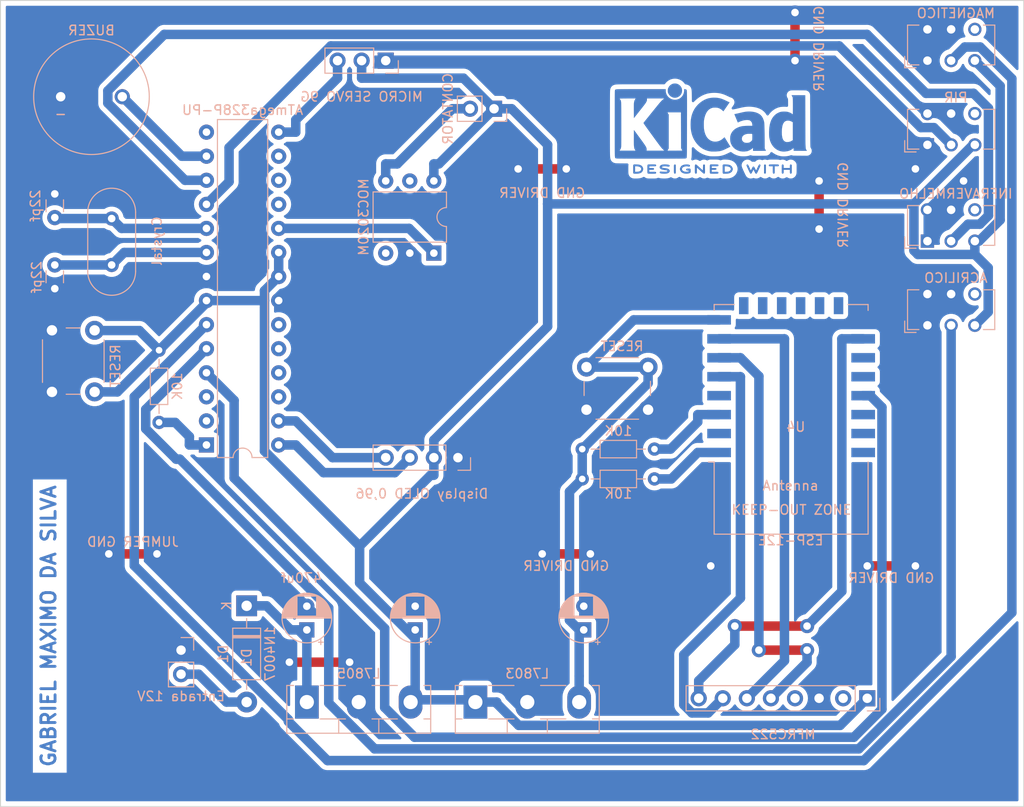
<source format=kicad_pcb>
(kicad_pcb (version 20171130) (host pcbnew "(5.1.4)-1")
  (title_block (title "Placa Esmiril") (date 2019-11-07) (rev 1) (company "ESCOLA SENAI \"LUIZ VARGA\"") (comment 1 "Desenvolvido por GABRIEL MAXIMO DA SILVA"))
  (layers (0 F.Cu signal) (31 B.Cu signal) (34 B.Paste user) (35 F.Paste user) (36 B.SilkS user) (37 F.SilkS user) (38 B.Mask user) (39 F.Mask user) (44 Edge.Cuts user))
  (net 0 "")
  (net 1 GND)
  (net 2 12V)
  (net 3 5V)
  (net 4 3,3V)
  (net 5 CRISTAL1)
  (net 6 CRISTAL2)
  (net 7 "Net-(D1-Pad2)")
  (net 8 SDA)
  (net 9 SCL)
  (net 10 SS)
  (net 11 SCK)
  (net 12 MOSI)
  (net 13 MISO)
  (net 14 IR)
  (net 15 RST)
  (net 16 SERVO)
  (net 17 Acrilico)
  (net 18 PIR)
  (net 19 MAGNETICO)
  (net 20 INFRAVERMELHO)
  (net 21 BUZER)
  (net 22 "Net-(J10-Pad2)")
  (net 23 RESET)
  (net 24 RESET-ESP)
  (net 25 EN-ESP)
  (net 26 "Net-(U3-Pad3)")
  (net 27 "Net-(U3-Pad5)")
  (net 28 CONTATOR)
  (net 29 "Net-(U4-Pad22)")
  (net 30 "Net-(U4-Pad21)")
  (net 31 "Net-(U4-Pad20)")
  (net 32 CARTAO)
  (net 33 "Net-(U4-Pad18)")
  (net 34 "Net-(U4-Pad17)")
  (net 35 "Net-(U4-Pad14)")
  (net 36 "Net-(U4-Pad13)")
  (net 37 "Net-(U4-Pad12)")
  (net 38 "Net-(U4-Pad11)")
  (net 39 "Net-(U4-Pad10)")
  (net 40 "Net-(U4-Pad9)")
  (net 41 "Net-(U4-Pad4)")
  (net 42 "Net-(U4-Pad2)")
  (net 43 "Net-(U5-Pad14)")
  (net 44 "Net-(U5-Pad26)")
  (net 45 "Net-(U5-Pad25)")
  (net 46 "Net-(U5-Pad24)")
  (net 47 "Net-(U5-Pad23)")
  (net 48 "Net-(U5-Pad18)")
  (net 49 "Net-(U5-Pad17)")
  (net 50 "Net-(U5-Pad3)")
  (net 51 "Net-(U5-Pad16)")
  (net 52 "Net-(U5-Pad2)")
  (net 53 "Net-(SW3-Pad6)")
  (net 54 "Net-(SW4-Pad6)")
  (net 55 "Net-(SW5-Pad6)")
  (net 56 "Net-(SW6-Pad6)")
  (module Symbol:KiCad-Logo2_8mm_B.CU (layer F.Cu) (at 180.34 76.2)
    (fp_text reference REF** hide)
    (fp_text value KiCad-Logo2_8mm_B.CU hide)
    (fp_poly (pts (xy -7.974708 4.606409) (xy -7.922143 4.606944) (xy -7.768119 4.61066) (xy -7.639125 4.621699) (xy -7.530763 4.641246) (xy -7.438638 4.670483) (xy -7.358353 4.710597) (xy -7.285512 4.762769) (xy -7.259495 4.785433) (xy -7.216337 4.838462) (xy -7.177421 4.910421) (xy -7.147427 4.990184) (xy -7.131035 5.066625) (xy -7.129332 5.094872) (xy -7.140005 5.173174) (xy -7.168607 5.258705) (xy -7.210011 5.339663) (xy -7.259095 5.404246) (xy -7.267067 5.412038) (xy -7.3346 5.466808) (xy -7.408552 5.509563) (xy -7.493188 5.541423) (xy -7.592771 5.563508) (xy -7.711566 5.576938) (xy -7.853834 5.582834) (xy -7.919 5.583334) (xy -8.001855 5.582935) (xy -8.060123 5.581266) (xy -8.09927 5.577622) (xy -8.124763 5.571293) (xy -8.142068 5.561574) (xy -8.151344 5.553274) (xy -8.160106 5.543192) (xy -8.166979 5.530185) (xy -8.172192 5.510769) (xy -8.175973 5.48146) (xy -8.178551 5.438773) (xy -8.180154 5.379225) (xy -8.181011 5.29933) (xy -8.181351 5.195605) (xy -8.181403 5.094872) (xy -8.181734 4.960519) (xy -8.181662 4.853192) (xy -8.180384 4.801795) (xy -7.986019 4.801795) (xy -7.986019 5.387949) (xy -7.862025 5.387835) (xy -7.787415 5.385696) (xy -7.709272 5.380183) (xy -7.644074 5.372472) (xy -7.64209 5.372155) (xy -7.536717 5.346678) (xy -7.454986 5.307) (xy -7.392816 5.250538) (xy -7.353314 5.189406) (xy -7.328974 5.121593) (xy -7.330861 5.057919) (xy -7.359109 4.989665) (xy -7.414362 4.919056) (xy -7.490927 4.866735) (xy -7.590449 4.831763) (xy -7.656961 4.819386) (xy -7.732461 4.810694) (xy -7.812479 4.804404) (xy -7.880538 4.801788) (xy -7.884569 4.801776) (xy -7.986019 4.801795) (xy -8.180384 4.801795) (xy -8.17959 4.769881) (xy -8.173915 4.707579) (xy -8.163041 4.663275) (xy -8.145368 4.63396) (xy -8.119297 4.616625) (xy -8.083229 4.608261) (xy -8.035566 4.605859) (xy -7.974708 4.606409)) (layer B.Cu) (width 0.01))
    (fp_poly (pts (xy -6.099384 4.606516) (xy -6.006976 4.607012) (xy -5.937227 4.608165) (xy -5.886437 4.610244) (xy -5.850905 4.613515) (xy -5.826932 4.618247) (xy -5.810818 4.624707) (xy -5.798863 4.633163) (xy -5.794533 4.637055) (xy -5.768205 4.678404) (xy -5.763465 4.725916) (xy -5.780784 4.768095) (xy -5.788793 4.77662) (xy -5.801746 4.784885) (xy -5.822602 4.791261) (xy -5.85523 4.796059) (xy -5.903496 4.799588) (xy -5.971268 4.802158) (xy -6.062414 4.804081) (xy -6.145745 4.805251) (xy -6.475546 4.80931) (xy -6.48456 4.98215) (xy -6.260696 4.98215) (xy -6.163508 4.982989) (xy -6.092357 4.986496) (xy -6.043245 4.994159) (xy -6.012171 5.007467) (xy -5.995138 5.027905) (xy -5.988146 5.056963) (xy -5.987084 5.083931) (xy -5.990384 5.117021) (xy -6.002837 5.141404) (xy -6.028274 5.158353) (xy -6.070525 5.169143) (xy -6.13342 5.175048) (xy -6.220789 5.177341) (xy -6.268475 5.177535) (xy -6.48306 5.177535) (xy -6.48306 5.387949) (xy -6.152409 5.387949) (xy -6.044024 5.3881) (xy -5.961651 5.388778) (xy -5.901243 5.39032) (xy -5.858753 5.393063) (xy -5.830135 5.397345) (xy -5.811342 5.403503) (xy -5.798328 5.411873) (xy -5.791699 5.418008) (xy -5.768961 5.453813) (xy -5.76164 5.485641) (xy -5.772093 5.524518) (xy -5.791699 5.553274) (xy -5.802159 5.562327) (xy -5.815662 5.569357) (xy -5.83584 5.574618) (xy -5.866325 5.578365) (xy -5.910749 5.580854) (xy -5.972745 5.582339) (xy -6.055945 5.583075) (xy -6.163981 5.583318) (xy -6.220043 5.583334) (xy -6.340098 5.583227) (xy -6.433728 5.582739) (xy -6.504563 5.581613) (xy -6.556235 5.579595) (xy -6.592377 5.57643) (xy -6.616622 5.571863) (xy -6.632601 5.56564) (xy -6.643947 5.557504) (xy -6.648386 5.553274) (xy -6.657171 5.54316) (xy -6.664058 5.530112) (xy -6.669275 5.510634) (xy -6.673053 5.481228) (xy -6.675624 5.438398) (xy -6.677218 5.378648) (xy -6.678065 5.298481) (xy -6.678396 5.194401) (xy -6.678445 5.097492) (xy -6.6784 4.973387) (xy -6.678088 4.87583) (xy -6.677242 4.80131) (xy -6.675596 4.746315) (xy -6.672883 4.707334) (xy -6.668837 4.680857) (xy -6.663191 4.66337) (xy -6.65568 4.651364) (xy -6.646036 4.641327) (xy -6.64366 4.63909) (xy -6.632129 4.629183) (xy -6.618732 4.621512) (xy -6.59975 4.61579) (xy -6.571469 4.611732) (xy -6.530172 4.609052) (xy -6.472142 4.607466) (xy -6.393663 4.606688) (xy -6.29102 4.606432) (xy -6.21815 4.60641) (xy -6.099384 4.606516)) (layer B.Cu) (width 0.01))
    (fp_poly (pts (xy -4.739942 4.608121) (xy -4.640337 4.615084) (xy -4.547698 4.625959) (xy -4.467412 4.640338) (xy -4.404862 4.65781) (xy -4.365435 4.677966) (xy -4.359383 4.683899) (xy -4.338338 4.729939) (xy -4.34472 4.777204) (xy -4.377361 4.817642) (xy -4.378918 4.818801) (xy -4.398117 4.831261) (xy -4.418159 4.837813) (xy -4.446114 4.838608) (xy -4.489053 4.8338) (xy -4.554045 4.823539) (xy -4.559273 4.822675) (xy -4.656115 4.810778) (xy -4.760598 4.804909) (xy -4.865389 4.804852) (xy -4.963156 4.810391) (xy -5.046566 4.821309) (xy -5.108287 4.837389) (xy -5.112342 4.839005) (xy -5.157118 4.864093) (xy -5.17285 4.889482) (xy -5.160534 4.914451) (xy -5.121169 4.93828) (xy -5.055752 4.960246) (xy -4.96528 4.97963) (xy -4.904954 4.988962) (xy -4.779554 5.006913) (xy -4.679819 5.023323) (xy -4.6015 5.039612) (xy -4.540347 5.057202) (xy -4.492113 5.077513) (xy -4.452549 5.101967) (xy -4.417406 5.131984) (xy -4.389165 5.16146) (xy -4.355662 5.202531) (xy -4.339173 5.237846) (xy -4.334017 5.281357) (xy -4.33383 5.297292) (xy -4.337702 5.350169) (xy -4.353181 5.389507) (xy -4.379969 5.424424) (xy -4.434413 5.477798) (xy -4.495124 5.518502) (xy -4.566612 5.547864) (xy -4.65339 5.567211) (xy -4.759968 5.57787) (xy -4.890857 5.581169) (xy -4.912469 5.581113) (xy -4.999752 5.579304) (xy -5.086313 5.575193) (xy -5.162716 5.56937) (xy -5.219524 5.562425) (xy -5.224118 5.561628) (xy -5.280599 5.548248) (xy -5.328506 5.531346) (xy -5.355627 5.515895) (xy -5.380865 5.47513) (xy -5.382623 5.427662) (xy -5.360866 5.385359) (xy -5.355998 5.380576) (xy -5.335876 5.366363) (xy -5.310712 5.36024) (xy -5.271767 5.361282) (xy -5.224489 5.366698) (xy -5.171659 5.371537) (xy -5.097602 5.375619) (xy -5.011145 5.378582) (xy -4.921117 5.380061) (xy -4.897439 5.380158) (xy -4.807076 5.379794) (xy -4.740943 5.37804) (xy -4.693221 5.374287) (xy -4.658092 5.367927) (xy -4.629736 5.358351) (xy -4.612695 5.350375) (xy -4.57525 5.328229) (xy -4.551375 5.308172) (xy -4.547886 5.302487) (xy -4.555247 5.279009) (xy -4.590241 5.256281) (xy -4.650442 5.235334) (xy -4.733425 5.2172) (xy -4.757874 5.213161) (xy -4.885576 5.193103) (xy -4.987494 5.176338) (xy -5.06756 5.161647) (xy -5.129708 5.147812) (xy -5.177872 5.133615) (xy -5.215986 5.117837) (xy -5.247984 5.09926) (xy -5.277798 5.076666) (xy -5.309364 5.048837) (xy -5.319986 5.03908) (xy -5.357227 5.002666) (xy -5.376941 4.973816) (xy -5.384653 4.940802) (xy -5.385901 4.899199) (xy -5.372169 4.817615) (xy -5.331132 4.748298) (xy -5.263024 4.691472) (xy -5.168081 4.647361) (xy -5.100338 4.627576) (xy -5.026713 4.614797) (xy -4.938515 4.607568) (xy -4.84113 4.605479) (xy -4.739942 4.608121)) (layer B.Cu) (width 0.01))
    (fp_poly (pts (xy -3.717617 4.63647) (xy -3.708855 4.646552) (xy -3.701982 4.659559) (xy -3.696769 4.678975) (xy -3.692988 4.708284) (xy -3.69041 4.750971) (xy -3.688807 4.810519) (xy -3.687949 4.890414) (xy -3.68761 4.99414) (xy -3.687557 5.094872) (xy -3.68765 5.219816) (xy -3.688081 5.318185) (xy -3.689077 5.393465) (xy -3.690869 5.449138) (xy -3.693683 5.48869) (xy -3.69775 5.515605) (xy -3.703296 5.533367) (xy -3.710551 5.545461) (xy -3.717617 5.553274) (xy -3.761556 5.579476) (xy -3.808374 5.577125) (xy -3.850263 5.548548) (xy -3.859888 5.537391) (xy -3.867409 5.524447) (xy -3.873088 5.506136) (xy -3.877181 5.478882) (xy -3.879949 5.439104) (xy -3.88165 5.383226) (xy -3.882543 5.307668) (xy -3.882887 5.208852) (xy -3.882942 5.096978) (xy -3.882942 4.680192) (xy -3.846051 4.643301) (xy -3.800579 4.612264) (xy -3.75647 4.611145) (xy -3.717617 4.63647)) (layer B.Cu) (width 0.01))
    (fp_poly (pts (xy -2.421216 4.613776) (xy -2.329995 4.629082) (xy -2.259936 4.652875) (xy -2.214358 4.684204) (xy -2.201938 4.702078) (xy -2.189308 4.743649) (xy -2.197807 4.781256) (xy -2.224639 4.816919) (xy -2.26633 4.833603) (xy -2.326824 4.832248) (xy -2.373613 4.823209) (xy -2.477582 4.805987) (xy -2.583834 4.804351) (xy -2.702763 4.818329) (xy -2.735614 4.824252) (xy -2.846199 4.855431) (xy -2.932713 4.90181) (xy -2.994207 4.962599) (xy -3.029732 5.037008) (xy -3.037079 5.075478) (xy -3.03227 5.153527) (xy -3.00122 5.222581) (xy -2.94676 5.281293) (xy -2.871718 5.328317) (xy -2.778924 5.362307) (xy -2.671206 5.381918) (xy -2.551395 5.385805) (xy -2.422319 5.37262) (xy -2.415031 5.371376) (xy -2.363692 5.361814) (xy -2.335226 5.352578) (xy -2.322888 5.338873) (xy -2.319932 5.315906) (xy -2.319865 5.303743) (xy -2.319865 5.252683) (xy -2.411031 5.252683) (xy -2.491536 5.247168) (xy -2.546475 5.229594) (xy -2.57844 5.198417) (xy -2.590026 5.152094) (xy -2.590167 5.146048) (xy -2.583389 5.106453) (xy -2.560145 5.078181) (xy -2.516884 5.059471) (xy -2.450055 5.048564) (xy -2.385324 5.044554) (xy -2.291241 5.042253) (xy -2.222998 5.045764) (xy -2.176455 5.058719) (xy -2.147472 5.08475) (xy -2.131909 5.127491) (xy -2.125625 5.190574) (xy -2.12448 5.273428) (xy -2.126356 5.36591) (xy -2.132 5.428818) (xy -2.141436 5.462403) (xy -2.143267 5.465033) (xy -2.195079 5.506998) (xy -2.271044 5.540232) (xy -2.366346 5.564023) (xy -2.47617 5.577663) (xy -2.5957 5.580442) (xy -2.72012 5.571649) (xy -2.793297 5.560849) (xy -2.908074 5.528362) (xy -3.01475 5.47525) (xy -3.104065 5.406319) (xy -3.11764 5.392542) (xy -3.161746 5.334622) (xy -3.201543 5.26284) (xy -3.232381 5.187583) (xy -3.249611 5.119241) (xy -3.251688 5.092993) (xy -3.242847 5.038241) (xy -3.219349 4.970119) (xy -3.185703 4.898414) (xy -3.146418 4.832913) (xy -3.111709 4.789162) (xy -3.030557 4.724083) (xy -2.925652 4.672285) (xy -2.800754 4.634938) (xy -2.659621 4.613217) (xy -2.530279 4.607909) (xy -2.421216 4.613776)) (layer B.Cu) (width 0.01))
    (fp_poly (pts (xy -1.555874 4.612244) (xy -1.524499 4.630649) (xy -1.483476 4.660749) (xy -1.430678 4.70396) (xy -1.363979 4.761702) (xy -1.281253 4.835392) (xy -1.180374 4.926448) (xy -1.064895 5.031138) (xy -0.824421 5.249207) (xy -0.816906 4.956508) (xy -0.814193 4.855754) (xy -0.811576 4.780722) (xy -0.808474 4.727084) (xy -0.80431 4.69051) (xy -0.798505 4.666671) (xy -0.790478 4.651238) (xy -0.779651 4.639882) (xy -0.77391 4.63511) (xy -0.727937 4.609877) (xy -0.684191 4.613566) (xy -0.649489 4.635123) (xy -0.614007 4.663835) (xy -0.609594 5.08315) (xy -0.608373 5.206471) (xy -0.607751 5.303348) (xy -0.607944 5.377394) (xy -0.609168 5.432221) (xy -0.611638 5.471443) (xy -0.615568 5.498673) (xy -0.621174 5.517523) (xy -0.628672 5.531605) (xy -0.636987 5.542899) (xy -0.654976 5.563846) (xy -0.672875 5.577731) (xy -0.693166 5.58306) (xy -0.718332 5.57834) (xy -0.750854 5.562077) (xy -0.793217 5.532777) (xy -0.847902 5.488946) (xy -0.917391 5.429091) (xy -1.004169 5.351718) (xy -1.102469 5.262814) (xy -1.455664 4.942435) (xy -1.463179 5.234177) (xy -1.465897 5.334747) (xy -1.468521 5.409604) (xy -1.471633 5.463084) (xy -1.475816 5.499526) (xy -1.481651 5.523268) (xy -1.48972 5.538646) (xy -1.500605 5.55) (xy -1.506175 5.554626) (xy -1.55541 5.580042) (xy -1.601931 5.576209) (xy -1.642443 5.543733) (xy -1.65171 5.530667) (xy -1.658933 5.515409) (xy -1.664366 5.494296) (xy -1.668262 5.463669) (xy -1.670875 5.419866) (xy -1.672461 5.359227) (xy -1.673272 5.278091) (xy -1.673562 5.172797) (xy -1.673593 5.094872) (xy -1.673495 4.972988) (xy -1.673033 4.877503) (xy -1.671951 4.804755) (xy -1.669997 4.751083) (xy -1.666916 4.712827) (xy -1.662454 4.686327) (xy -1.656357 4.66792) (xy -1.648371 4.653948) (xy -1.642443 4.646011) (xy -1.627416 4.627212) (xy -1.613372 4.613017) (xy -1.598184 4.604846) (xy -1.579727 4.604116) (xy -1.555874 4.612244)) (layer B.Cu) (width 0.01))
    (fp_poly (pts (xy 0.481716 4.606667) (xy 0.583377 4.607884) (xy 0.661282 4.61073) (xy 0.718581 4.615874) (xy 0.758427 4.623984) (xy 0.783968 4.635731) (xy 0.798357 4.651782) (xy 0.804745 4.672808) (xy 0.806281 4.699476) (xy 0.806289 4.702626) (xy 0.804955 4.73279) (xy 0.798651 4.756103) (xy 0.783922 4.773506) (xy 0.757315 4.78594) (xy 0.715374 4.794345) (xy 0.654646 4.799665) (xy 0.571676 4.802839) (xy 0.463011 4.804809) (xy 0.429705 4.805245) (xy 0.107413 4.80931) (xy 0.102906 4.89573) (xy 0.098398 4.98215) (xy 0.322263 4.98215) (xy 0.409721 4.982473) (xy 0.472169 4.983837) (xy 0.514654 4.986839) (xy 0.542223 4.992073) (xy 0.559922 5.000135) (xy 0.572797 5.01162) (xy 0.57288 5.011711) (xy 0.59623 5.056471) (xy 0.595386 5.104847) (xy 0.570879 5.146086) (xy 0.566029 5.150325) (xy 0.548815 5.161249) (xy 0.525226 5.168849) (xy 0.490007 5.173697) (xy 0.4379 5.176366) (xy 0.36365 5.177428) (xy 0.316162 5.177535) (xy 0.099898 5.177535) (xy 0.099898 5.387949) (xy 0.42822 5.387949) (xy 0.536618 5.388139) (xy 0.618935 5.388914) (xy 0.679149 5.390584) (xy 0.721235 5.393458) (xy 0.749171 5.397847) (xy 0.766934 5.404059) (xy 0.7785 5.412404) (xy 0.781415 5.415434) (xy 0.802936 5.457434) (xy 0.80451 5.505214) (xy 0.786855 5.546642) (xy 0.772885 5.559937) (xy 0.758354 5.567256) (xy 0.735838 5.572919) (xy 0.701776 5.577123) (xy 0.652607 5.580068) (xy 0.584768 5.581951) (xy 0.494698 5.58297) (xy 0.378837 5.583325) (xy 0.352643 5.583334) (xy 0.234839 5.583256) (xy 0.143396 5.582831) (xy 0.074614 5.581766) (xy 0.024796 5.579769) (xy -0.00976 5.57655) (xy -0.03275 5.571816) (xy -0.047874 5.565277) (xy -0.058831 5.556641) (xy -0.064842 5.55044) (xy -0.07389 5.539457) (xy -0.080958 5.525852) (xy -0.086291 5.506056) (xy -0.090132 5.476502) (xy -0.092725 5.433621) (xy -0.094313 5.373845) (xy -0.095139 5.293607) (xy -0.095448 5.189339) (xy -0.095486 5.10158) (xy -0.095392 4.978608) (xy -0.094943 4.882069) (xy -0.093892 4.808339) (xy -0.09199 4.75379) (xy -0.088991 4.714799) (xy -0.084645 4.687739) (xy -0.078706 4.668984) (xy -0.070925 4.65491) (xy -0.064336 4.646011) (xy -0.033186 4.60641) (xy 0.353148 4.60641) (xy 0.481716 4.606667)) (layer B.Cu) (width 0.01))
    (fp_poly (pts (xy 1.530783 4.606687) (xy 1.702501 4.612493) (xy 1.848555 4.630101) (xy 1.971353 4.660563) (xy 2.073303 4.704935) (xy 2.156814 4.764271) (xy 2.224293 4.839624) (xy 2.278149 4.93205) (xy 2.279208 4.934304) (xy 2.311349 5.017024) (xy 2.322801 5.090284) (xy 2.31352 5.164012) (xy 2.283461 5.248135) (xy 2.277761 5.260937) (xy 2.238885 5.335862) (xy 2.195195 5.393757) (xy 2.138806 5.442972) (xy 2.061838 5.491857) (xy 2.057366 5.494409) (xy 1.990363 5.526595) (xy 1.914631 5.550632) (xy 1.825304 5.567351) (xy 1.717515 5.577579) (xy 1.586398 5.582146) (xy 1.540072 5.582543) (xy 1.319476 5.583334) (xy 1.288326 5.543733) (xy 1.279086 5.530711) (xy 1.271878 5.515504) (xy 1.26645 5.494466) (xy 1.262551 5.46395) (xy 1.259929 5.420311) (xy 1.259074 5.387949) (xy 1.467591 5.387949) (xy 1.592582 5.387949) (xy 1.665723 5.38581) (xy 1.740807 5.380181) (xy 1.80243 5.372243) (xy 1.806149 5.371575) (xy 1.915599 5.342212) (xy 2.000494 5.298097) (xy 2.063518 5.237183) (xy 2.10736 5.157424) (xy 2.114983 5.136284) (xy 2.122456 5.103362) (xy 2.119221 5.070836) (xy 2.103479 5.027564) (xy 2.09399 5.006307) (xy 2.062917 4.94982) (xy 2.025479 4.910191) (xy 1.984287 4.882594) (xy 1.901776 4.846682) (xy 1.796179 4.820668) (xy 1.673164 4.805688) (xy 1.58407 4.802392) (xy 1.467591 4.801795) (xy 1.467591 5.387949) (xy 1.259074 5.387949) (xy 1.258332 5.3599) (xy 1.25751 5.279072) (xy 1.25721 5.174181) (xy 1.257176 5.092162) (xy 1.257176 4.680192) (xy 1.294067 4.643301) (xy 1.31044 4.628348) (xy 1.328143 4.618108) (xy 1.352865 4.611701) (xy 1.390294 4.608247) (xy 1.446119 4.606867) (xy 1.526028 4.606681) (xy 1.530783 4.606687)) (layer B.Cu) (width 0.01))
    (fp_poly (pts (xy 5.160547 4.60903) (xy 5.186628 4.61835) (xy 5.187634 4.618806) (xy 5.223052 4.645834) (xy 5.242566 4.673636) (xy 5.246384 4.686672) (xy 5.246195 4.703992) (xy 5.240822 4.728667) (xy 5.229088 4.763764) (xy 5.209813 4.812353) (xy 5.181822 4.877502) (xy 5.143936 4.962281) (xy 5.094978 5.069759) (xy 5.068031 5.128503) (xy 5.01937 5.233373) (xy 4.97369 5.329814) (xy 4.932734 5.414298) (xy 4.898246 5.4833) (xy 4.871969 5.533294) (xy 4.855646 5.560754) (xy 4.852416 5.564547) (xy 4.811089 5.58128) (xy 4.764409 5.579039) (xy 4.72697 5.558687) (xy 4.725444 5.557032) (xy 4.710551 5.534486) (xy 4.685569 5.490571) (xy 4.653579 5.43094) (xy 4.61766 5.361246) (xy 4.604752 5.335563) (xy 4.507314 5.140397) (xy 4.401106 5.352407) (xy 4.363197 5.425661) (xy 4.328027 5.48919) (xy 4.298468 5.538131) (xy 4.277394 5.567622) (xy 4.270252 5.573876) (xy 4.214738 5.582345) (xy 4.168929 5.564547) (xy 4.155454 5.545525) (xy 4.132136 5.503249) (xy 4.100877 5.44188) (xy 4.06358 5.365576) (xy 4.022146 5.278499) (xy 3.978478 5.184807) (xy 3.934478 5.088661) (xy 3.892048 4.994221) (xy 3.85309 4.905645) (xy 3.819507 4.827096) (xy 3.793201 4.762731) (xy 3.776074 4.716711) (xy 3.770029 4.693197) (xy 3.770091 4.692345) (xy 3.7848 4.662756) (xy 3.814202 4.63262) (xy 3.815933 4.631308) (xy 3.85207 4.610882) (xy 3.885494 4.61108) (xy 3.898022 4.614931) (xy 3.913287 4.623253) (xy 3.929498 4.639625) (xy 3.948599 4.667442) (xy 3.972535 4.7101) (xy 4.003251 4.770995) (xy 4.042691 4.853525) (xy 4.078258 4.929707) (xy 4.119177 5.018014) (xy 4.155844 5.097426) (xy 4.186354 5.163796) (xy 4.208802 5.212975) (xy 4.221283 5.240813) (xy 4.223103 5.245168) (xy 4.23129 5.238049) (xy 4.250105 5.208241) (xy 4.277046 5.160096) (xy 4.309608 5.097963) (xy 4.322566 5.072328) (xy 4.36646 4.985765) (xy 4.400311 4.922725) (xy 4.426897 4.879542) (xy 4.448995 4.852552) (xy 4.469384 4.838088) (xy 4.49084 4.832487) (xy 4.504823 4.831854) (xy 4.529488 4.83404) (xy 4.551102 4.843079) (xy 4.572578 4.862697) (xy 4.59683 4.896617) (xy 4.62677 4.948562) (xy 4.665313 5.022258) (xy 4.686578 5.06418) (xy 4.721072 5.130994) (xy 4.751156 5.186401) (xy 4.774177 5.225727) (xy 4.78748 5.244296) (xy 4.789289 5.245069) (xy 4.79788 5.230455) (xy 4.817114 5.192507) (xy 4.845065 5.135196) (xy 4.879807 5.062496) (xy 4.919413 4.978376) (xy 4.938896 4.936594) (xy 4.98958 4.828763) (xy 5.030393 4.74579) (xy 5.063454 4.684966) (xy 5.090881 4.643585) (xy 5.114792 4.61894) (xy 5.137308 4.608324) (xy 5.160547 4.60903)) (layer B.Cu) (width 0.01))
    (fp_poly (pts (xy 5.751604 4.615477) (xy 5.783174 4.635142) (xy 5.818656 4.663873) (xy 5.818656 5.091966) (xy 5.818543 5.21719) (xy 5.818059 5.315847) (xy 5.816986 5.39143) (xy 5.815108 5.447433) (xy 5.812206 5.487347) (xy 5.808063 5.514666) (xy 5.802462 5.532881) (xy 5.795185 5.545486) (xy 5.790024 5.551696) (xy 5.748168 5.57898) (xy 5.700505 5.577867) (xy 5.658753 5.554602) (xy 5.623271 5.525871) (xy 5.623271 4.663873) (xy 5.658753 4.635142) (xy 5.692998 4.614242) (xy 5.720963 4.60641) (xy 5.751604 4.615477)) (layer B.Cu) (width 0.01))
    (fp_poly (pts (xy 6.782677 4.606539) (xy 6.887465 4.607043) (xy 6.968799 4.608096) (xy 7.02998 4.609876) (xy 7.074311 4.612557) (xy 7.105094 4.616314) (xy 7.125631 4.621325) (xy 7.139225 4.627763) (xy 7.145803 4.632712) (xy 7.179944 4.676029) (xy 7.184074 4.721003) (xy 7.162976 4.76186) (xy 7.149179 4.778186) (xy 7.134332 4.789318) (xy 7.112815 4.79625) (xy 7.079008 4.799977) (xy 7.027292 4.801494) (xy 6.952047 4.801794) (xy 6.937269 4.801795) (xy 6.742975 4.801795) (xy 6.742975 5.162505) (xy 6.742847 5.276201) (xy 6.742266 5.363685) (xy 6.740936 5.428802) (xy 6.73856 5.475398) (xy 6.734844 5.507319) (xy 6.729492 5.528412) (xy 6.722207 5.542523) (xy 6.712916 5.553274) (xy 6.669071 5.579696) (xy 6.6233 5.577614) (xy 6.58179 5.547469) (xy 6.578741 5.543733) (xy 6.568812 5.52961) (xy 6.561248 5.513086) (xy 6.555729 5.490146) (xy 6.551933 5.456773) (xy 6.549542 5.408955) (xy 6.548234 5.342674) (xy 6.547691 5.253918) (xy 6.547591 5.152963) (xy 6.547591 4.801795) (xy 6.36205 4.801795) (xy 6.282427 4.801256) (xy 6.227304 4.799157) (xy 6.191132 4.794771) (xy 6.168362 4.787376) (xy 6.153447 4.776245) (xy 6.151636 4.77431) (xy 6.129858 4.730057) (xy 6.131784 4.680029) (xy 6.156821 4.63647) (xy 6.166504 4.62802) (xy 6.178988 4.621321) (xy 6.197603 4.616169) (xy 6.225677 4.612361) (xy 6.266541 4.609697) (xy 6.323522 4.607972) (xy 6.399952 4.606984) (xy 6.499157 4.606532) (xy 6.624469 4.606412) (xy 6.651133 4.60641) (xy 6.782677 4.606539)) (layer B.Cu) (width 0.01))
    (fp_poly (pts (xy 8.467859 4.613688) (xy 8.509635 4.643301) (xy 8.546525 4.680192) (xy 8.546525 5.092162) (xy 8.546429 5.214486) (xy 8.545972 5.310398) (xy 8.544903 5.383544) (xy 8.542971 5.43757) (xy 8.539923 5.476123) (xy 8.535509 5.502848) (xy 8.529476 5.521394) (xy 8.521574 5.535405) (xy 8.515375 5.543733) (xy 8.474461 5.576449) (xy 8.427482 5.58) (xy 8.384544 5.559937) (xy 8.370356 5.548092) (xy 8.360872 5.532358) (xy 8.355151 5.507022) (xy 8.352253 5.46637) (xy 8.351238 5.404688) (xy 8.351141 5.357038) (xy 8.351141 5.177535) (xy 7.689839 5.177535) (xy 7.689839 5.340833) (xy 7.689155 5.415505) (xy 7.686419 5.466824) (xy 7.680604 5.501477) (xy 7.670684 5.526155) (xy 7.658689 5.543733) (xy 7.617546 5.576357) (xy 7.571017 5.58022) (xy 7.526473 5.557032) (xy 7.514312 5.544876) (xy 7.505723 5.528761) (xy 7.500058 5.50366) (xy 7.496669 5.464544) (xy 7.494908 5.406386) (xy 7.494128 5.324158) (xy 7.494036 5.305286) (xy 7.493392 5.150357) (xy 7.49306 5.022674) (xy 7.493168 4.919427) (xy 7.493845 4.837803) (xy 7.495218 4.774992) (xy 7.497416 4.728181) (xy 7.500566 4.694559) (xy 7.504798 4.671315) (xy 7.510238 4.655636) (xy 7.517015 4.644711) (xy 7.524514 4.63647) (xy 7.566933 4.610107) (xy 7.611172 4.613688) (xy 7.652948 4.643301) (xy 7.669853 4.662407) (xy 7.680629 4.683511) (xy 7.686641 4.713568) (xy 7.689256 4.759533) (xy 7.689839 4.82836) (xy 7.689839 4.98215) (xy 8.351141 4.98215) (xy 8.351141 4.824339) (xy 8.351816 4.751636) (xy 8.354526 4.702545) (xy 8.360301 4.670636) (xy 8.370169 4.649478) (xy 8.3812 4.63647) (xy 8.423619 4.610107) (xy 8.467859 4.613688)) (layer B.Cu) (width 0.01))
    (fp_poly (pts (xy -3.602318 -3.916067) (xy -3.466071 -3.868828) (xy -3.339221 -3.794473) (xy -3.225933 -3.693013) (xy -3.130372 -3.564457) (xy -3.087446 -3.483428) (xy -3.050295 -3.370092) (xy -3.032288 -3.239249) (xy -3.034283 -3.104735) (xy -3.056423 -2.982842) (xy -3.116936 -2.833893) (xy -3.204686 -2.704691) (xy -3.315212 -2.597777) (xy -3.444054 -2.515694) (xy -3.586753 -2.460984) (xy -3.738849 -2.43619) (xy -3.895881 -2.443853) (xy -3.973286 -2.460228) (xy -4.124141 -2.518911) (xy -4.258125 -2.608457) (xy -4.372006 -2.726107) (xy -4.462552 -2.869098) (xy -4.470212 -2.884714) (xy -4.496694 -2.943314) (xy -4.513322 -2.992666) (xy -4.52235 -3.04473) (xy -4.526032 -3.111461) (xy -4.526643 -3.184071) (xy -4.525633 -3.271309) (xy -4.521072 -3.334376) (xy -4.510666 -3.385364) (xy -4.492121 -3.436367) (xy -4.46923 -3.486687) (xy -4.383846 -3.62953) (xy -4.278699 -3.74519) (xy -4.157955 -3.833675) (xy -4.025779 -3.894995) (xy -3.886337 -3.929161) (xy -3.743795 -3.936182) (xy -3.602318 -3.916067)) (layer B.Cu) (width 0.01))
    (fp_poly (pts (xy 9.041571 -2.699911) (xy 9.195876 -2.699277) (xy 9.248321 -2.698958) (xy 9.9695 -2.694214) (xy 9.978571 0.072572) (xy 9.979769 0.447756) (xy 9.980832 0.788417) (xy 9.981827 1.096318) (xy 9.982823 1.373221) (xy 9.983888 1.620888) (xy 9.985091 1.841081) (xy 9.986499 2.035562) (xy 9.988182 2.206094) (xy 9.990206 2.35444) (xy 9.992641 2.482361) (xy 9.995554 2.59162) (xy 9.999015 2.683979) (xy 10.00309 2.7612) (xy 10.007849 2.825046) (xy 10.01336 2.877278) (xy 10.019691 2.91966) (xy 10.02691 2.953953) (xy 10.035085 2.98192) (xy 10.044285 3.005324) (xy 10.054577 3.025925) (xy 10.066031 3.045487) (xy 10.078715 3.065772) (xy 10.092695 3.088543) (xy 10.095561 3.093393) (xy 10.14364 3.175433) (xy 8.753928 3.165929) (xy 8.744857 3.013295) (xy 8.739918 2.940045) (xy 8.734771 2.897696) (xy 8.727786 2.880892) (xy 8.717337 2.884277) (xy 8.708571 2.89396) (xy 8.670388 2.929229) (xy 8.608155 2.974563) (xy 8.530641 3.024546) (xy 8.446613 3.073761) (xy 8.364839 3.116791) (xy 8.302052 3.145101) (xy 8.154954 3.191624) (xy 7.98618 3.224579) (xy 7.808191 3.242707) (xy 7.633447 3.24475) (xy 7.474407 3.229447) (xy 7.471788 3.229009) (xy 7.254168 3.174402) (xy 7.050455 3.087401) (xy 6.862613 2.969876) (xy 6.692607 2.823697) (xy 6.542402 2.650734) (xy 6.413964 2.452857) (xy 6.309257 2.231936) (xy 6.252246 2.068286) (xy 6.214651 1.931375) (xy 6.186771 1.798798) (xy 6.167753 1.662502) (xy 6.156745 1.514433) (xy 6.152895 1.346537) (xy 6.1546 1.20944) (xy 7.493359 1.20944) (xy 7.499694 1.439329) (xy 7.519679 1.637111) (xy 7.553927 1.804539) (xy 7.603055 1.943369) (xy 7.667676 2.055358) (xy 7.748405 2.142259) (xy 7.841591 2.203692) (xy 7.89008 2.226626) (xy 7.932134 2.240375) (xy 7.97902 2.246666) (xy 8.042004 2.247222) (xy 8.109857 2.244773) (xy 8.243295 2.233004) (xy 8.348832 2.209955) (xy 8.382 2.19841) (xy 8.457735 2.164311) (xy 8.537614 2.121491) (xy 8.5725 2.100057) (xy 8.663214 2.040556) (xy 8.663214 0.154584) (xy 8.563428 0.094771) (xy 8.424267 0.027185) (xy 8.282087 -0.012786) (xy 8.14209 -0.025378) (xy 8.009474 -0.010827) (xy 7.88944 0.030632) (xy 7.787188 0.098763) (xy 7.754195 0.131466) (xy 7.674667 0.238619) (xy 7.610299 0.368327) (xy 7.560553 0.522814) (xy 7.524891 0.704302) (xy 7.502775 0.915015) (xy 7.493667 1.157175) (xy 7.493359 1.20944) (xy 6.1546 1.20944) (xy 6.15531 1.152374) (xy 6.170605 0.853713) (xy 6.201358 0.584325) (xy 6.248381 0.340285) (xy 6.312482 0.11767) (xy 6.394472 -0.087444) (xy 6.42373 -0.148254) (xy 6.541581 -0.34656) (xy 6.683996 -0.522788) (xy 6.847629 -0.674092) (xy 7.029131 -0.797629) (xy 7.225153 -0.890553) (xy 7.342655 -0.928885) (xy 7.458054 -0.951641) (xy 7.596907 -0.96518) (xy 7.747574 -0.969508) (xy 7.898413 -0.964632) (xy 8.037785 -0.950556) (xy 8.149691 -0.928475) (xy 8.282884 -0.885172) (xy 8.411979 -0.829489) (xy 8.524928 -0.767064) (xy 8.585043 -0.724697) (xy 8.62651 -0.693193) (xy 8.655545 -0.67401) (xy 8.66215 -0.671286) (xy 8.664198 -0.688837) (xy 8.666107 -0.739125) (xy 8.667836 -0.8186) (xy 8.669341 -0.923714) (xy 8.670581 -1.050917) (xy 8.671513 -1.196661) (xy 8.672095 -1.357397) (xy 8.672286 -1.521116) (xy 8.672179 -1.730812) (xy 8.671658 -1.907604) (xy 8.670416 -2.054874) (xy 8.668148 -2.176003) (xy 8.66455 -2.274373) (xy 8.659317 -2.353366) (xy 8.652144 -2.416362) (xy 8.642726 -2.466745) (xy 8.630758 -2.507895) (xy 8.615935 -2.543194) (xy 8.597952 -2.576023) (xy 8.576505 -2.609765) (xy 8.573745 -2.613943) (xy 8.546083 -2.657644) (xy 8.529382 -2.687695) (xy 8.527143 -2.694033) (xy 8.544643 -2.696033) (xy 8.594574 -2.69766) (xy 8.673085 -2.698888) (xy 8.776323 -2.699689) (xy 8.900436 -2.700039) (xy 9.041571 -2.699911)) (layer B.Cu) (width 0.01))
    (fp_poly (pts (xy 4.185632 -0.97227) (xy 4.275523 -0.965465) (xy 4.532715 -0.931247) (xy 4.760485 -0.876669) (xy 4.959943 -0.80098) (xy 5.132197 -0.70343) (xy 5.278359 -0.583268) (xy 5.399536 -0.439742) (xy 5.496839 -0.272102) (xy 5.567891 -0.090714) (xy 5.585927 -0.032854) (xy 5.601632 0.021329) (xy 5.615192 0.074752) (xy 5.626792 0.130333) (xy 5.636617 0.190988) (xy 5.644853 0.259635) (xy 5.651684 0.33919) (xy 5.657295 0.432572) (xy 5.661872 0.542696) (xy 5.6656 0.672481) (xy 5.668665 0.824842) (xy 5.67125 1.002698) (xy 5.673542 1.208965) (xy 5.675725 1.446561) (xy 5.677286 1.632857) (xy 5.687785 2.911929) (xy 5.755821 3.035018) (xy 5.788038 3.094317) (xy 5.812012 3.140377) (xy 5.82345 3.164893) (xy 5.823857 3.166553) (xy 5.806375 3.168454) (xy 5.756574 3.170205) (xy 5.678421 3.171758) (xy 5.575882 3.173062) (xy 5.452922 3.17407) (xy 5.31351 3.174731) (xy 5.161611 3.174997) (xy 5.1435 3.175) (xy 4.463143 3.175) (xy 4.463143 3.020786) (xy 4.461982 2.951094) (xy 4.458887 2.897794) (xy 4.454432 2.869217) (xy 4.452463 2.866572) (xy 4.434455 2.877653) (xy 4.397393 2.906736) (xy 4.349222 2.947579) (xy 4.348141 2.948524) (xy 4.260235 3.013971) (xy 4.149217 3.079688) (xy 4.027631 3.139219) (xy 3.908021 3.186109) (xy 3.855357 3.202133) (xy 3.750551 3.222485) (xy 3.62195 3.235472) (xy 3.481325 3.240909) (xy 3.340448 3.238611) (xy 3.211093 3.228392) (xy 3.120571 3.213689) (xy 2.89858 3.148499) (xy 2.698729 3.055594) (xy 2.522319 2.936126) (xy 2.37065 2.791247) (xy 2.245024 2.62211) (xy 2.146741 2.429867) (xy 2.104341 2.313214) (xy 2.077768 2.199833) (xy 2.060158 2.063722) (xy 2.05201 1.917437) (xy 2.052278 1.896151) (xy 3.279321 1.896151) (xy 3.289496 2.00485) (xy 3.323378 2.095185) (xy 3.386 2.178995) (xy 3.410052 2.203571) (xy 3.495551 2.270011) (xy 3.594373 2.312574) (xy 3.712768 2.333177) (xy 3.837445 2.334694) (xy 3.955698 2.324677) (xy 4.046239 2.305085) (xy 4.08556 2.29037) (xy 4.156432 2.250265) (xy 4.231525 2.193863) (xy 4.300038 2.130561) (xy 4.351172 2.069755) (xy 4.36475 2.047449) (xy 4.375305 2.016212) (xy 4.38281 1.966507) (xy 4.387613 1.893587) (xy 4.390065 1.792703) (xy 4.390571 1.696689) (xy 4.390228 1.58475) (xy 4.388843 1.503809) (xy 4.385881 1.448585) (xy 4.380808 1.413794) (xy 4.37309 1.394154) (xy 4.362192 1.38438) (xy 4.358821 1.382824) (xy 4.329529 1.378029) (xy 4.271756 1.374108) (xy 4.193304 1.371414) (xy 4.101974 1.370299) (xy 4.082143 1.370298) (xy 3.960063 1.372246) (xy 3.865749 1.378041) (xy 3.790807 1.388475) (xy 3.728903 1.403714) (xy 3.575349 1.461784) (xy 3.454932 1.533179) (xy 3.36661 1.619039) (xy 3.309339 1.720507) (xy 3.282078 1.838725) (xy 3.279321 1.896151) (xy 2.052278 1.896151) (xy 2.053823 1.773533) (xy 2.066096 1.644565) (xy 2.07567 1.59246) (xy 2.136801 1.398997) (xy 2.229757 1.220993) (xy 2.352783 1.060155) (xy 2.504124 0.91819) (xy 2.682025 0.796806) (xy 2.884732 0.697709) (xy 3.057071 0.637533) (xy 3.172253 0.605919) (xy 3.282423 0.581354) (xy 3.394719 0.563039) (xy 3.516275 0.550178) (xy 3.654229 0.541972) (xy 3.815715 0.537624) (xy 3.961715 0.5364) (xy 4.394645 0.535215) (xy 4.386351 0.40508) (xy 4.362801 0.263883) (xy 4.312703 0.142518) (xy 4.238191 0.044017) (xy 4.141399 -0.028591) (xy 4.056171 -0.064021) (xy 3.934056 -0.08635) (xy 3.788683 -0.089557) (xy 3.626867 -0.074823) (xy 3.455422 -0.04333) (xy 3.281163 0.00374) (xy 3.110904 0.065203) (xy 2.987176 0.121417) (xy 2.927647 0.150283) (xy 2.882242 0.170443) (xy 2.85915 0.17831) (xy 2.857897 0.178058) (xy 2.849929 0.160437) (xy 2.830031 0.113733) (xy 2.800077 0.042418) (xy 2.761939 -0.049031) (xy 2.717488 -0.156141) (xy 2.672305 -0.265451) (xy 2.491667 -0.70326) (xy 2.620155 -0.724364) (xy 2.675846 -0.734953) (xy 2.759564 -0.752737) (xy 2.864139 -0.776102) (xy 2.982399 -0.803435) (xy 3.107172 -0.833119) (xy 3.156857 -0.845182) (xy 3.371807 -0.895038) (xy 3.559995 -0.932416) (xy 3.728446 -0.958073) (xy 3.884186 -0.972765) (xy 4.03424 -0.977245) (xy 4.185632 -0.97227)) (layer B.Cu) (width 0.01))
    (fp_poly (pts (xy 0.581378 -2.430769) (xy 0.777019 -2.409351) (xy 0.966562 -2.371015) (xy 1.157717 -2.313762) (xy 1.358196 -2.235591) (xy 1.575708 -2.134504) (xy 1.61488 -2.114924) (xy 1.704772 -2.070638) (xy 1.789553 -2.030761) (xy 1.860855 -1.999102) (xy 1.91031 -1.979468) (xy 1.917908 -1.976996) (xy 1.990714 -1.955183) (xy 1.664803 -1.481056) (xy 1.585123 -1.365177) (xy 1.512272 -1.259306) (xy 1.44873 -1.167038) (xy 1.396972 -1.091967) (xy 1.359477 -1.037687) (xy 1.338723 -1.007793) (xy 1.335351 -1.003059) (xy 1.321655 -1.012958) (xy 1.287943 -1.042715) (xy 1.240244 -1.086927) (xy 1.21392 -1.111916) (xy 1.064772 -1.230544) (xy 0.897268 -1.320687) (xy 0.752928 -1.370064) (xy 0.666283 -1.385571) (xy 0.557796 -1.395021) (xy 0.440227 -1.398239) (xy 0.326334 -1.395049) (xy 0.228879 -1.385276) (xy 0.18999 -1.377791) (xy 0.014712 -1.317488) (xy -0.143235 -1.22541) (xy -0.283732 -1.101727) (xy -0.406665 -0.946607) (xy -0.511915 -0.760219) (xy -0.599365 -0.54273) (xy -0.6689 -0.294308) (xy -0.710225 -0.081643) (xy -0.721006 0.012241) (xy -0.728352 0.133524) (xy -0.732333 0.273493) (xy -0.733021 0.423431) (xy -0.730486 0.574622) (xy -0.7248 0.718351) (xy -0.716033 0.845903) (xy -0.704256 0.948562) (xy -0.701707 0.964401) (xy -0.645519 1.219536) (xy -0.568964 1.445342) (xy -0.471574 1.642831) (xy -0.352886 1.813014) (xy -0.268637 1.905022) (xy -0.11723 2.029943) (xy 0.048817 2.12254) (xy 0.226701 2.182309) (xy 0.413622 2.208746) (xy 0.606778 2.201348) (xy 0.803369 2.159611) (xy 0.919597 2.118771) (xy 1.080438 2.03699) (xy 1.246213 1.919678) (xy 1.339073 1.840345) (xy 1.391214 1.794429) (xy 1.43218 1.760742) (xy 1.455498 1.74451) (xy 1.458393 1.744015) (xy 1.4688 1.760601) (xy 1.495767 1.804432) (xy 1.536996 1.871748) (xy 1.590189 1.958794) (xy 1.65305 2.06181) (xy 1.723281 2.177041) (xy 1.762372 2.241231) (xy 2.060964 2.731677) (xy 1.688161 2.915915) (xy 1.553369 2.982093) (xy 1.444175 3.034278) (xy 1.353907 3.07506) (xy 1.275888 3.107033) (xy 1.203444 3.132787) (xy 1.129901 3.154914) (xy 1.048584 3.176007) (xy 0.970643 3.19453) (xy 0.901366 3.208863) (xy 0.828917 3.219694) (xy 0.746042 3.227626) (xy 0.645488 3.233258) (xy 0.520003 3.237192) (xy 0.435428 3.238891) (xy 0.314754 3.24005) (xy 0.199042 3.239465) (xy 0.095951 3.237304) (xy 0.013138 3.233732) (xy -0.04174 3.228917) (xy -0.044992 3.228437) (xy -0.329957 3.166786) (xy -0.597558 3.073285) (xy -0.847703 2.947993) (xy -1.080296 2.790974) (xy -1.295243 2.602289) (xy -1.49245 2.382) (xy -1.635273 2.186214) (xy -1.78732 1.929949) (xy -1.910227 1.659317) (xy -2.00459 1.372149) (xy -2.071001 1.066276) (xy -2.110056 0.739528) (xy -2.12236 0.407739) (xy -2.112241 0.086779) (xy -2.080439 -0.209354) (xy -2.025946 -0.485655) (xy -1.94775 -0.747119) (xy -1.844841 -0.998742) (xy -1.832553 -1.02481) (xy -1.69718 -1.268493) (xy -1.530911 -1.500382) (xy -1.338459 -1.715677) (xy -1.124534 -1.909578) (xy -0.893845 -2.077285) (xy -0.678891 -2.200304) (xy -0.461742 -2.296655) (xy -0.244132 -2.366449) (xy -0.017638 -2.411587) (xy 0.226166 -2.433969) (xy 0.371928 -2.437269) (xy 0.581378 -2.430769)) (layer B.Cu) (width 0.01))
    (fp_poly (pts (xy -7.870089 -3.33834) (xy -7.52054 -3.338293) (xy -7.35783 -3.338286) (xy -4.753429 -3.338285) (xy -4.753429 -3.184762) (xy -4.737043 -2.997937) (xy -4.687588 -2.825633) (xy -4.60462 -2.666825) (xy -4.487695 -2.52049) (xy -4.448136 -2.480968) (xy -4.30583 -2.368862) (xy -4.148922 -2.287101) (xy -3.982072 -2.235647) (xy -3.809939 -2.214463) (xy -3.637185 -2.223513) (xy -3.46847 -2.262758) (xy -3.308454 -2.332162) (xy -3.161798 -2.431689) (xy -3.095932 -2.491735) (xy -2.973192 -2.638957) (xy -2.883188 -2.800853) (xy -2.826706 -2.975573) (xy -2.804529 -3.161265) (xy -2.804234 -3.179533) (xy -2.803072 -3.33828) (xy -2.7333 -3.338283) (xy -2.671405 -3.329882) (xy -2.614865 -3.309444) (xy -2.611128 -3.307333) (xy -2.598358 -3.300707) (xy -2.586632 -3.295546) (xy -2.575906 -3.290349) (xy -2.566139 -3.28361) (xy -2.557288 -3.273829) (xy -2.549311 -3.2595) (xy -2.542165 -3.239122) (xy -2.535808 -3.211192) (xy -2.530198 -3.174205) (xy -2.525293 -3.12666) (xy -2.521049 -3.067053) (xy -2.517424 -2.993881) (xy -2.514377 -2.905641) (xy -2.511864 -2.80083) (xy -2.509844 -2.677945) (xy -2.508274 -2.535483) (xy -2.507112 -2.37194) (xy -2.506314 -2.185814) (xy -2.50584 -1.975602) (xy -2.505646 -1.7398) (xy -2.50569 -1.476906) (xy -2.50593 -1.185416) (xy -2.506323 -0.863828) (xy -2.506827 -0.510638) (xy -2.5074 -0.124343) (xy -2.507999 0.29656) (xy -2.508068 0.34784) (xy -2.508605 0.771426) (xy -2.509061 1.16023) (xy -2.509484 1.515753) (xy -2.509921 1.839498) (xy -2.510422 2.132966) (xy -2.511035 2.397661) (xy -2.511808 2.635085) (xy -2.512789 2.84674) (xy -2.514026 3.034129) (xy -2.515568 3.198754) (xy -2.517463 3.342117) (xy -2.519759 3.46572) (xy -2.522504 3.571067) (xy -2.525747 3.659659) (xy -2.529536 3.733) (xy -2.533919 3.79259) (xy -2.538945 3.839933) (xy -2.544661 3.876531) (xy -2.551116 3.903886) (xy -2.558359 3.923502) (xy -2.566437 3.936879) (xy -2.575398 3.945521) (xy -2.585292 3.95093) (xy -2.596165 3.954608) (xy -2.608067 3.958058) (xy -2.621046 3.962782) (xy -2.624217 3.96422) (xy -2.634181 3.967451) (xy -2.650859 3.97042) (xy -2.675707 3.973137) (xy -2.71018 3.975613) (xy -2.755736 3.977858) (xy -2.81383 3.979883) (xy -2.885919 3.981698) (xy -2.973458 3.983315) (xy -3.077905 3.984743) (xy -3.200715 3.985993) (xy -3.343345 3.987076) (xy -3.507251 3.988002) (xy -3.69389 3.988782) (xy -3.904716 3.989426) (xy -4.141188 3.989946) (xy -4.404761 3.990351) (xy -4.69689 3.990652) (xy -5.019034 3.99086) (xy -5.372647 3.990985) (xy -5.759186 3.991038) (xy -6.180108 3.991029) (xy -6.316456 3.991016) (xy -6.746716 3.990947) (xy -7.142164 3.990834) (xy -7.504273 3.990665) (xy -7.834517 3.99043) (xy -8.134371 3.990116) (xy -8.405308 3.989713) (xy -8.6488 3.989207) (xy -8.866323 3.988589) (xy -9.05935 3.987846) (xy -9.229354 3.986968) (xy -9.37781 3.985941) (xy -9.50619 3.984756) (xy -9.615969 3.9834) (xy -9.70862 3.981862) (xy -9.785617 3.98013) (xy -9.848434 3.978194) (xy -9.898544 3.97604) (xy -9.937421 3.973659) (xy -9.966538 3.971037) (xy -9.987371 3.968165) (xy -10.001391 3.96503) (xy -10.009034 3.962159) (xy -10.022618 3.95643) (xy -10.03509 3.952206) (xy -10.046498 3.947985) (xy -10.056889 3.942268) (xy -10.066309 3.933555) (xy -10.074808 3.920345) (xy -10.08243 3.901137) (xy -10.089225 3.874433) (xy -10.095238 3.83873) (xy -10.100517 3.79253) (xy -10.10511 3.734332) (xy -10.109064 3.662635) (xy -10.112425 3.57594) (xy -10.115241 3.472746) (xy -10.11756 3.351553) (xy -10.119428 3.21086) (xy -10.119916 3.156857) (xy -9.635704 3.156857) (xy -7.924256 3.156857) (xy -7.957187 3.106964) (xy -7.989947 3.055693) (xy -8.017689 3.006869) (xy -8.040807 2.957076) (xy -8.059697 2.902898) (xy -8.074751 2.840916) (xy -8.086367 2.767715) (xy -8.094936 2.679878) (xy -8.100856 2.573988) (xy -8.104519 2.446628) (xy -8.106321 2.294381) (xy -8.106656 2.113832) (xy -8.105919 1.901562) (xy -8.105501 1.822755) (xy -8.100786 0.977911) (xy -7.565572 1.706557) (xy -7.413946 1.913265) (xy -7.282581 2.09326) (xy -7.170057 2.248925) (xy -7.074957 2.382647) (xy -6.995862 2.496809) (xy -6.931353 2.593797) (xy -6.880012 2.675994) (xy -6.84042 2.745786) (xy -6.81116 2.805558) (xy -6.790812 2.857693) (xy -6.777958 2.904576) (xy -6.771181 2.948593) (xy -6.76906 2.992127) (xy -6.770179 3.037564) (xy -6.770464 3.043275) (xy -6.776357 3.156933) (xy -4.900771 3.156857) (xy -5.040278 3.016189) (xy -5.078135 2.977715) (xy -5.114047 2.940279) (xy -5.149593 2.901814) (xy -5.186347 2.860258) (xy -5.225886 2.813545) (xy -5.269786 2.75961) (xy -5.319623 2.69639) (xy -5.376972 2.621818) (xy -5.443411 2.533832) (xy -5.520515 2.430365) (xy -5.609861 2.309354) (xy -5.713024 2.168734) (xy -5.83158 2.00644) (xy -5.967105 1.820407) (xy -6.121177 1.608571) (xy -6.247462 1.434804) (xy -6.405954 1.216501) (xy -6.544216 1.025629) (xy -6.663499 0.860374) (xy -6.765057 0.718926) (xy -6.850141 0.599471) (xy -6.920005 0.500198) (xy -6.9759 0.419295) (xy -7.01908 0.354949) (xy -7.050797 0.305347) (xy -7.072302 0.268679) (xy -7.08485 0.243132) (xy -7.089692 0.226893) (xy -7.088237 0.218355) (xy -7.070599 0.195635) (xy -7.032466 0.147543) (xy -6.976138 0.076938) (xy -6.903916 -0.013322) (xy -6.818101 -0.120379) (xy -6.720994 -0.241373) (xy -6.614896 -0.373446) (xy -6.502109 -0.51374) (xy -6.384932 -0.659397) (xy -6.265667 -0.807556) (xy -6.200067 -0.889) (xy -4.571314 -0.889) (xy -4.503621 -0.766535) (xy -4.435929 -0.644071) (xy -4.435929 2.911929) (xy -4.503621 3.034393) (xy -4.571314 3.156857) (xy -3.770559 3.156857) (xy -3.579398 3.156802) (xy -3.421501 3.156551) (xy -3.293848 3.155979) (xy -3.193419 3.154959) (xy -3.117193 3.153365) (xy -3.062148 3.15107) (xy -3.025264 3.14795) (xy -3.003521 3.143877) (xy -2.993898 3.138725) (xy -2.993373 3.132367) (xy -2.998926 3.124679) (xy -2.998984 3.124615) (xy -3.02186 3.091524) (xy -3.052151 3.037719) (xy -3.078903 2.984008) (xy -3.129643 2.875643) (xy -3.134818 0.993322) (xy -3.139993 -0.889) (xy -4.571314 -0.889) (xy -6.200067 -0.889) (xy -6.146615 -0.955361) (xy -6.030077 -1.099953) (xy -5.918354 -1.238472) (xy -5.813746 -1.368061) (xy -5.718556 -1.48586) (xy -5.635083 -1.589012) (xy -5.565629 -1.674657) (xy -5.512494 -1.739938) (xy -5.481285 -1.778) (xy -5.360097 -1.92033) (xy -5.243507 -2.04877) (xy -5.135603 -2.159114) (xy -5.04047 -2.247159) (xy -4.972957 -2.301138) (xy -4.893127 -2.358571) (xy -6.729108 -2.358571) (xy -6.728592 -2.250835) (xy -6.733724 -2.171628) (xy -6.753015 -2.098195) (xy -6.782877 -2.028585) (xy -6.802288 -1.989259) (xy -6.823159 -1.950293) (xy -6.847396 -1.909099) (xy -6.876906 -1.863092) (xy -6.913594 -1.809683) (xy -6.959368 -1.746286) (xy -7.016135 -1.670315) (xy -7.0858 -1.579183) (xy -7.17027 -1.470302) (xy -7.271453 -1.341086) (xy -7.391253 -1.188948) (xy -7.531579 -1.011302) (xy -7.547429 -0.991258) (xy -8.100786 -0.291492) (xy -8.106143 -1.066496) (xy -8.107221 -1.298632) (xy -8.106992 -1.495154) (xy -8.105443 -1.656708) (xy -8.102563 -1.783944) (xy -8.098341 -1.877508) (xy -8.092766 -1.938048) (xy -8.090893 -1.949532) (xy -8.061495 -2.070501) (xy -8.022978 -2.179554) (xy -7.979026 -2.267237) (xy -7.952621 -2.304426) (xy -7.90706 -2.358571) (xy -8.77153 -2.358571) (xy -8.977745 -2.358395) (xy -9.150188 -2.357821) (xy -9.291373 -2.356783) (xy -9.403812 -2.355213) (xy -9.490017 -2.353046) (xy -9.552502 -2.350212) (xy -9.593779 -2.346647) (xy -9.61636 -2.342282) (xy -9.622759 -2.337051) (xy -9.622317 -2.335893) (xy -9.603991 -2.308231) (xy -9.573396 -2.264385) (xy -9.557567 -2.242209) (xy -9.541202 -2.22008) (xy -9.526492 -2.200291) (xy -9.513344 -2.180894) (xy -9.501667 -2.159942) (xy -9.491368 -2.135488) (xy -9.482354 -2.105584) (xy -9.474532 -2.068283) (xy -9.467809 -2.021637) (xy -9.462094 -1.963699) (xy -9.457293 -1.892521) (xy -9.453315 -1.806156) (xy -9.450065 -1.702656) (xy -9.447452 -1.580075) (xy -9.445383 -1.436463) (xy -9.443766 -1.269875) (xy -9.442507 -1.078363) (xy -9.441515 -0.859978) (xy -9.440696 -0.612774) (xy -9.439958 -0.334804) (xy -9.439209 -0.024119) (xy -9.438508 0.2613) (xy -9.437847 0.579492) (xy -9.437503 0.883077) (xy -9.437468 1.170115) (xy -9.437732 1.438669) (xy -9.438285 1.686798) (xy -9.43912 1.912563) (xy -9.440227 2.114026) (xy -9.441596 2.289246) (xy -9.443219 2.436286) (xy -9.445087 2.553206) (xy -9.447189 2.638067) (xy -9.449518 2.688929) (xy -9.449959 2.694304) (xy -9.466008 2.817613) (xy -9.491064 2.916644) (xy -9.529221 3.00307) (xy -9.584572 3.088565) (xy -9.591496 3.097893) (xy -9.635704 3.156857) (xy -10.119916 3.156857) (xy -10.120892 3.049168) (xy -10.122001 2.864976) (xy -10.122801 2.656784) (xy -10.123339 2.423091) (xy -10.123662 2.162398) (xy -10.123817 1.873204) (xy -10.123854 1.554009) (xy -10.123817 1.203313) (xy -10.123755 0.819614) (xy -10.123715 0.401414) (xy -10.123714 0.318393) (xy -10.123691 -0.104211) (xy -10.123612 -0.492019) (xy -10.123467 -0.84652) (xy -10.123244 -1.169203) (xy -10.122931 -1.461558) (xy -10.122517 -1.725073) (xy -10.121991 -1.961238) (xy -10.12134 -2.171542) (xy -10.120553 -2.357474) (xy -10.119619 -2.520525) (xy -10.118526 -2.662182) (xy -10.117263 -2.783936) (xy -10.115817 -2.887275) (xy -10.114179 -2.973689) (xy -10.112334 -3.044667) (xy -10.110274 -3.101699) (xy -10.107985 -3.146273) (xy -10.105456 -3.179879) (xy -10.102676 -3.204007) (xy -10.099633 -3.220144) (xy -10.096316 -3.229782) (xy -10.096193 -3.230022) (xy -10.08936 -3.244745) (xy -10.08367 -3.258074) (xy -10.077374 -3.270078) (xy -10.068728 -3.280827) (xy -10.055986 -3.290389) (xy -10.0374 -3.298833) (xy -10.011226 -3.306229) (xy -9.975716 -3.312646) (xy -9.929125 -3.318152) (xy -9.869707 -3.322817) (xy -9.795715 -3.326709) (xy -9.705403 -3.329898) (xy -9.597025 -3.332453) (xy -9.468835 -3.334442) (xy -9.319087 -3.335935) (xy -9.146034 -3.337002) (xy -8.947931 -3.337709) (xy -8.723031 -3.338128) (xy -8.469588 -3.338327) (xy -8.185856 -3.338374) (xy -7.870089 -3.33834)) (layer B.Cu) (width 0.01))
  )
  (module Connector_PinHeader_2.54mm:PinHeader_1x02_P2.54mm_Vertical (layer B.Cu) (at 157.48 74.93 90)
    (fp_text reference J10 hide)
    (fp_text value CONTATOR (at 0 -4.87 270) (layer B.SilkS) (effects (justify mirror)))
    (pad 2 thru_hole oval (at 0 -2.54 90) (size 1.7 1.7) (drill 1) (layers *.Cu *.Mask) (net 22 "Net-(J10-Pad2)"))
    (pad 1 thru_hole rect (at 0 0 90) (size 1.7 1.7) (drill 1) (layers *.Cu *.Mask) (net 3 5V))
  )
  (module Connector_PinHeader_2.54mm:PinHeader_1x04_P2.54mm_Vertical (layer B.Cu) (at 153.67 111.76 90)
    (fp_text reference J2 hide)
    (fp_text value "Display OLED 0,96" (at -3.81 -3.81) (layer B.SilkS) (effects (justify mirror)))
    (pad 4 thru_hole oval (at 0 -7.62 90) (size 1.7 1.7) (drill 1) (layers *.Cu *.Mask) (net 8 SDA))
    (pad 3 thru_hole oval (at 0 -5.08 90) (size 1.7 1.7) (drill 1) (layers *.Cu *.Mask) (net 9 SCL))
    (pad 2 thru_hole oval (at 0 -2.54 90) (size 1.7 1.7) (drill 1) (layers *.Cu *.Mask) (net 3 5V))
    (pad 1 thru_hole rect (at 0 0 90) (size 1.7 1.7) (drill 1) (layers *.Cu *.Mask) (net 1 GND))
  )
  (module Button_Switch_THT:SW_CuK_JS202011CQN_DPDT_Straight (layer B.Cu) (at 203.2 69.85)
    (fp_text reference SW6 hide)
    (fp_text value MAGNETICO (at 3 -5) (layer B.SilkS) (effects (justify mirror)))
    (pad 1 thru_hole rect (at 0 0) (size 1.4 1.4) (drill 0.9) (layers *.Cu *.Mask) (net 1 GND))
    (pad 2 thru_hole circle (at 2.5 0) (size 1.4 1.4) (drill 0.9) (layers *.Cu *.Mask) (net 19 MAGNETICO))
    (pad 3 thru_hole circle (at 5 0) (size 1.4 1.4) (drill 0.9) (layers *.Cu *.Mask) (net 3 5V))
    (pad 4 thru_hole circle (at 0 -3.3) (size 1.4 1.4) (drill 0.9) (layers *.Cu *.Mask) (net 1 GND))
    (pad 5 thru_hole circle (at 2.5 -3.3) (size 1.4 1.4) (drill 0.9) (layers *.Cu *.Mask) (net 1 GND))
    (pad 6 thru_hole circle (at 5 -3.3) (size 1.4 1.4) (drill 0.9) (layers *.Cu *.Mask) (net 56 "Net-(SW6-Pad6)"))
  )
  (module Button_Switch_THT:SW_CuK_JS202011CQN_DPDT_Straight (layer B.Cu) (at 203.2 78.74)
    (fp_text reference SW5 hide)
    (fp_text value PIR (at 3 -5) (layer B.SilkS) (effects (justify mirror)))
    (pad 1 thru_hole rect (at 0 0) (size 1.4 1.4) (drill 0.9) (layers *.Cu *.Mask) (net 1 GND))
    (pad 2 thru_hole circle (at 2.5 0) (size 1.4 1.4) (drill 0.9) (layers *.Cu *.Mask) (net 18 PIR))
    (pad 3 thru_hole circle (at 5 0) (size 1.4 1.4) (drill 0.9) (layers *.Cu *.Mask) (net 3 5V))
    (pad 4 thru_hole circle (at 0 -3.3) (size 1.4 1.4) (drill 0.9) (layers *.Cu *.Mask) (net 1 GND))
    (pad 5 thru_hole circle (at 2.5 -3.3) (size 1.4 1.4) (drill 0.9) (layers *.Cu *.Mask) (net 1 GND))
    (pad 6 thru_hole circle (at 5 -3.3) (size 1.4 1.4) (drill 0.9) (layers *.Cu *.Mask) (net 55 "Net-(SW5-Pad6)"))
  )
  (module Button_Switch_THT:SW_CuK_JS202011CQN_DPDT_Straight (layer B.Cu) (at 203.2 88.9)
    (fp_text reference SW4 hide)
    (fp_text value INFRAVERMELHO (at 3 -5) (layer B.SilkS) (effects (justify mirror)))
    (pad 1 thru_hole rect (at 0 0) (size 1.4 1.4) (drill 0.9) (layers *.Cu *.Mask) (net 1 GND))
    (pad 2 thru_hole circle (at 2.5 0) (size 1.4 1.4) (drill 0.9) (layers *.Cu *.Mask) (net 20 INFRAVERMELHO))
    (pad 3 thru_hole circle (at 5 0) (size 1.4 1.4) (drill 0.9) (layers *.Cu *.Mask) (net 3 5V))
    (pad 4 thru_hole circle (at 0 -3.3) (size 1.4 1.4) (drill 0.9) (layers *.Cu *.Mask) (net 1 GND))
    (pad 5 thru_hole circle (at 2.5 -3.3) (size 1.4 1.4) (drill 0.9) (layers *.Cu *.Mask) (net 1 GND))
    (pad 6 thru_hole circle (at 5 -3.3) (size 1.4 1.4) (drill 0.9) (layers *.Cu *.Mask) (net 54 "Net-(SW4-Pad6)"))
  )
  (module Button_Switch_THT:SW_CuK_JS202011CQN_DPDT_Straight (layer B.Cu) (at 203.2 97.79)
    (fp_text reference SW3 hide)
    (fp_text value ACRILICO (at 3 -5) (layer B.SilkS) (effects (justify mirror)))
    (pad 1 thru_hole rect (at 0 0) (size 1.4 1.4) (drill 0.9) (layers *.Cu *.Mask) (net 1 GND))
    (pad 2 thru_hole circle (at 2.5 0) (size 1.4 1.4) (drill 0.9) (layers *.Cu *.Mask) (net 17 Acrilico))
    (pad 3 thru_hole circle (at 5 0) (size 1.4 1.4) (drill 0.9) (layers *.Cu *.Mask) (net 3 5V))
    (pad 4 thru_hole circle (at 0 -3.3) (size 1.4 1.4) (drill 0.9) (layers *.Cu *.Mask) (net 1 GND))
    (pad 5 thru_hole circle (at 2.5 -3.3) (size 1.4 1.4) (drill 0.9) (layers *.Cu *.Mask) (net 1 GND))
    (pad 6 thru_hole circle (at 5 -3.3) (size 1.4 1.4) (drill 0.9) (layers *.Cu *.Mask) (net 53 "Net-(SW3-Pad6)"))
  )
  (module RF_Module:ESP-12E (layer B.Cu) (at 188.82 107.716)
    (fp_text reference U4 hide)
    (fp_text value ESP-12E (at -0.06 12.78) (layer B.SilkS) (effects (justify mirror)))
    (fp_text user %R (at 0.49 0.8) (layer B.SilkS) (effects (justify mirror)))
    (fp_text user "KEEP-OUT ZONE" (at 0.03 9.55 -180) (layer B.SilkS))
    (fp_text user Antenna (at -0.06 7 -180) (layer B.SilkS))
    (pad 22 smd rect (at 7.6 3.5) (size 2.5 1) (layers B.Cu B.Paste B.Mask) (net 29 "Net-(U4-Pad22)"))
    (pad 21 smd rect (at 7.6 1.5) (size 2.5 1) (layers B.Cu B.Paste B.Mask) (net 30 "Net-(U4-Pad21)"))
    (pad 20 smd rect (at 7.6 -0.5) (size 2.5 1) (layers B.Cu B.Paste B.Mask) (net 31 "Net-(U4-Pad20)"))
    (pad 19 smd rect (at 7.6 -2.5) (size 2.5 1) (layers B.Cu B.Paste B.Mask) (net 32 CARTAO))
    (pad 18 smd rect (at 7.6 -4.5) (size 2.5 1) (layers B.Cu B.Paste B.Mask) (net 33 "Net-(U4-Pad18)"))
    (pad 17 smd rect (at 7.6 -6.5) (size 2.5 1) (layers B.Cu B.Paste B.Mask) (net 34 "Net-(U4-Pad17)"))
    (pad 16 smd rect (at 7.6 -8.5) (size 2.5 1) (layers B.Cu B.Paste B.Mask) (net 10 SS))
    (pad 15 smd rect (at 7.6 -10.5) (size 2.5 1) (layers B.Cu B.Paste B.Mask) (net 1 GND))
    (pad 14 smd rect (at 5 -12) (size 1 1.8) (layers B.Cu B.Paste B.Mask) (net 35 "Net-(U4-Pad14)"))
    (pad 13 smd rect (at 3 -12) (size 1 1.8) (layers B.Cu B.Paste B.Mask) (net 36 "Net-(U4-Pad13)"))
    (pad 12 smd rect (at 1 -12) (size 1 1.8) (layers B.Cu B.Paste B.Mask) (net 37 "Net-(U4-Pad12)"))
    (pad 11 smd rect (at -1 -12) (size 1 1.8) (layers B.Cu B.Paste B.Mask) (net 38 "Net-(U4-Pad11)"))
    (pad 10 smd rect (at -3 -12) (size 1 1.8) (layers B.Cu B.Paste B.Mask) (net 39 "Net-(U4-Pad10)"))
    (pad 9 smd rect (at -5 -12) (size 1 1.8) (layers B.Cu B.Paste B.Mask) (net 40 "Net-(U4-Pad9)"))
    (pad 8 smd rect (at -7.6 -10.5) (size 2.5 1) (layers B.Cu B.Paste B.Mask) (net 4 3,3V))
    (pad 7 smd rect (at -7.6 -8.5) (size 2.5 1) (layers B.Cu B.Paste B.Mask) (net 12 MOSI))
    (pad 6 smd rect (at -7.6 -6.5) (size 2.5 1) (layers B.Cu B.Paste B.Mask) (net 13 MISO))
    (pad 5 smd rect (at -7.6 -4.5) (size 2.5 1) (layers B.Cu B.Paste B.Mask) (net 11 SCK))
    (pad 4 smd rect (at -7.6 -2.5) (size 2.5 1) (layers B.Cu B.Paste B.Mask) (net 41 "Net-(U4-Pad4)"))
    (pad 3 smd rect (at -7.6 -0.5) (size 2.5 1) (layers B.Cu B.Paste B.Mask) (net 25 EN-ESP))
    (pad 2 smd rect (at -7.6 1.5) (size 2.5 1) (layers B.Cu B.Paste B.Mask) (net 42 "Net-(U4-Pad2)"))
    (pad 1 smd rect (at -7.6 3.5) (size 2.5 1) (layers B.Cu B.Paste B.Mask) (net 24 RESET-ESP))
  )
  (module Button_Switch_THT:SW_PUSH_6mm (layer B.Cu) (at 167.23 106.7)
    (fp_text reference SW2 hide)
    (fp_text value RESET (at 3.75 -6.7) (layer B.SilkS) (effects (justify mirror)))
    (pad 1 thru_hole circle (at 6.5 0 270) (size 2 2) (drill 1.1) (layers *.Cu *.Mask) (net 1 GND))
    (pad 2 thru_hole circle (at 6.5 -4.5 270) (size 2 2) (drill 1.1) (layers *.Cu *.Mask) (net 4 3,3V))
    (pad 1 thru_hole circle (at 0 0 270) (size 2 2) (drill 1.1) (layers *.Cu *.Mask) (net 1 GND))
    (pad 2 thru_hole circle (at 0 -4.5 270) (size 2 2) (drill 1.1) (layers *.Cu *.Mask) (net 4 3,3V))
  )
  (module Resistor_THT:R_Axial_DIN0204_L3.6mm_D1.6mm_P7.62mm_Horizontal (layer B.Cu) (at 166.781 110.857)
    (fp_text reference R3 hide)
    (fp_text value 10K (at 3.81 -1.92) (layer B.SilkS) (effects (justify mirror)))
    (pad 2 thru_hole oval (at 7.62 0) (size 1.4 1.4) (drill 0.7) (layers *.Cu *.Mask) (net 25 EN-ESP))
    (pad 1 thru_hole circle (at 0 0) (size 1.4 1.4) (drill 0.7) (layers *.Cu *.Mask) (net 4 3,3V))
  )
  (module Resistor_THT:R_Axial_DIN0204_L3.6mm_D1.6mm_P7.62mm_Horizontal (layer B.Cu) (at 166.781 114.007)
    (fp_text reference R2 hide)
    (fp_text value 10K (at 3.81 1.563) (layer B.SilkS) (effects (justify mirror)))
    (pad 2 thru_hole oval (at 7.62 0) (size 1.4 1.4) (drill 0.7) (layers *.Cu *.Mask) (net 24 RESET-ESP))
    (pad 1 thru_hole circle (at 0 0) (size 1.4 1.4) (drill 0.7) (layers *.Cu *.Mask) (net 4 3,3V))
  )
  (module Crystal:Crystal_HC18-U_Vertical (layer B.Cu) (at 117.14 91.42 90)
    (fp_text reference Y1 hide)
    (fp_text value Crystal (at 2.52 4.78 270) (layer B.SilkS) (effects (justify mirror)))
    (pad 2 thru_hole circle (at 4.9 0 90) (size 1.5 1.5) (drill 0.8) (layers *.Cu *.Mask) (net 6 CRISTAL2))
    (pad 1 thru_hole circle (at 0 0 90) (size 1.5 1.5) (drill 0.8) (layers *.Cu *.Mask) (net 5 CRISTAL1))
  )
  (module Package_DIP:DIP-28_W7.62mm (layer B.Cu) (at 127.14 110.42)
    (fp_text reference U5 hide)
    (fp_text value ATmega328P-PU (at 3.81 -35.35) (layer B.SilkS) (effects (justify mirror)))
    (pad 28 thru_hole oval (at 7.62 0) (size 1.6 1.6) (drill 0.8) (layers *.Cu *.Mask) (net 9 SCL))
    (pad 14 thru_hole oval (at 0 -33.02) (size 1.6 1.6) (drill 0.8) (layers *.Cu *.Mask) (net 43 "Net-(U5-Pad14)"))
    (pad 27 thru_hole oval (at 7.62 -2.54) (size 1.6 1.6) (drill 0.8) (layers *.Cu *.Mask) (net 8 SDA))
    (pad 13 thru_hole oval (at 0 -30.48) (size 1.6 1.6) (drill 0.8) (layers *.Cu *.Mask) (net 21 BUZER))
    (pad 26 thru_hole oval (at 7.62 -5.08) (size 1.6 1.6) (drill 0.8) (layers *.Cu *.Mask) (net 44 "Net-(U5-Pad26)"))
    (pad 12 thru_hole oval (at 0 -27.94) (size 1.6 1.6) (drill 0.8) (layers *.Cu *.Mask) (net 20 INFRAVERMELHO))
    (pad 25 thru_hole oval (at 7.62 -7.62) (size 1.6 1.6) (drill 0.8) (layers *.Cu *.Mask) (net 45 "Net-(U5-Pad25)"))
    (pad 11 thru_hole oval (at 0 -25.4) (size 1.6 1.6) (drill 0.8) (layers *.Cu *.Mask) (net 18 PIR))
    (pad 24 thru_hole oval (at 7.62 -10.16) (size 1.6 1.6) (drill 0.8) (layers *.Cu *.Mask) (net 46 "Net-(U5-Pad24)"))
    (pad 10 thru_hole oval (at 0 -22.86) (size 1.6 1.6) (drill 0.8) (layers *.Cu *.Mask) (net 6 CRISTAL2))
    (pad 23 thru_hole oval (at 7.62 -12.7) (size 1.6 1.6) (drill 0.8) (layers *.Cu *.Mask) (net 47 "Net-(U5-Pad23)"))
    (pad 9 thru_hole oval (at 0 -20.32) (size 1.6 1.6) (drill 0.8) (layers *.Cu *.Mask) (net 5 CRISTAL1))
    (pad 22 thru_hole oval (at 7.62 -15.24) (size 1.6 1.6) (drill 0.8) (layers *.Cu *.Mask) (net 1 GND))
    (pad 8 thru_hole oval (at 0 -17.78) (size 1.6 1.6) (drill 0.8) (layers *.Cu *.Mask) (net 1 GND))
    (pad 21 thru_hole oval (at 7.62 -17.78) (size 1.6 1.6) (drill 0.8) (layers *.Cu *.Mask) (net 3 5V))
    (pad 7 thru_hole oval (at 0 -15.24) (size 1.6 1.6) (drill 0.8) (layers *.Cu *.Mask) (net 3 5V))
    (pad 20 thru_hole oval (at 7.62 -20.32) (size 1.6 1.6) (drill 0.8) (layers *.Cu *.Mask) (net 3 5V))
    (pad 6 thru_hole oval (at 0 -12.7) (size 1.6 1.6) (drill 0.8) (layers *.Cu *.Mask) (net 19 MAGNETICO))
    (pad 19 thru_hole oval (at 7.62 -22.86) (size 1.6 1.6) (drill 0.8) (layers *.Cu *.Mask) (net 28 CONTATOR))
    (pad 5 thru_hole oval (at 0 -10.16) (size 1.6 1.6) (drill 0.8) (layers *.Cu *.Mask) (net 17 Acrilico))
    (pad 18 thru_hole oval (at 7.62 -25.4) (size 1.6 1.6) (drill 0.8) (layers *.Cu *.Mask) (net 48 "Net-(U5-Pad18)"))
    (pad 4 thru_hole oval (at 0 -7.62) (size 1.6 1.6) (drill 0.8) (layers *.Cu *.Mask) (net 32 CARTAO))
    (pad 17 thru_hole oval (at 7.62 -27.94) (size 1.6 1.6) (drill 0.8) (layers *.Cu *.Mask) (net 49 "Net-(U5-Pad17)"))
    (pad 3 thru_hole oval (at 0 -5.08) (size 1.6 1.6) (drill 0.8) (layers *.Cu *.Mask) (net 50 "Net-(U5-Pad3)"))
    (pad 16 thru_hole oval (at 7.62 -30.48) (size 1.6 1.6) (drill 0.8) (layers *.Cu *.Mask) (net 51 "Net-(U5-Pad16)"))
    (pad 2 thru_hole oval (at 0 -2.54) (size 1.6 1.6) (drill 0.8) (layers *.Cu *.Mask) (net 52 "Net-(U5-Pad2)"))
    (pad 15 thru_hole oval (at 7.62 -33.02) (size 1.6 1.6) (drill 0.8) (layers *.Cu *.Mask) (net 16 SERVO))
    (pad 1 thru_hole rect (at 0 0) (size 1.6 1.6) (drill 0.8) (layers *.Cu *.Mask) (net 23 RESET))
  )
  (module Package_DIP:DIP-6_W7.62mm (layer B.Cu) (at 151.13 90.17 90)
    (fp_text reference U3 hide)
    (fp_text value MOC3020M (at 3.81 -7.41 270) (layer B.SilkS) (effects (justify mirror)))
    (pad 6 thru_hole oval (at 7.62 0 90) (size 1.6 1.6) (drill 0.8) (layers *.Cu *.Mask) (net 3 5V))
    (pad 3 thru_hole oval (at 0 -5.08 90) (size 1.6 1.6) (drill 0.8) (layers *.Cu *.Mask) (net 26 "Net-(U3-Pad3)"))
    (pad 5 thru_hole oval (at 7.62 -2.54 90) (size 1.6 1.6) (drill 0.8) (layers *.Cu *.Mask) (net 27 "Net-(U3-Pad5)"))
    (pad 2 thru_hole oval (at 0 -2.54 90) (size 1.6 1.6) (drill 0.8) (layers *.Cu *.Mask) (net 1 GND))
    (pad 4 thru_hole oval (at 7.62 -5.08 90) (size 1.6 1.6) (drill 0.8) (layers *.Cu *.Mask) (net 22 "Net-(J10-Pad2)"))
    (pad 1 thru_hole rect (at 0 0 90) (size 1.6 1.6) (drill 0.8) (layers *.Cu *.Mask) (net 28 CONTATOR))
  )
  (module Package_TO_SOT_THT:TO-218-3_Vertical (layer B.Cu) (at 155.51 137.56)
    (fp_text reference U2 hide)
    (fp_text value L7803 (at 5.475 -3) (layer B.SilkS) (effects (justify mirror)))
    (pad 3 thru_hole oval (at 10.95 0) (size 2.5 3.5) (drill 1.5) (layers *.Cu *.Mask) (net 4 3,3V))
    (pad 2 thru_hole oval (at 5.475 0) (size 2.5 3.5) (drill 1.5) (layers *.Cu *.Mask) (net 1 GND))
    (pad 1 thru_hole rect (at 0 0) (size 2.5 3.5) (drill 1.5) (layers *.Cu *.Mask) (net 3 5V))
  )
  (module Package_TO_SOT_THT:TO-218-3_Vertical (layer B.Cu) (at 137.73 137.56)
    (fp_text reference U1 hide)
    (fp_text value L7805 (at 5.475 -3) (layer B.SilkS) (effects (justify mirror)))
    (pad 3 thru_hole oval (at 10.95 0) (size 2.5 3.5) (drill 1.5) (layers *.Cu *.Mask) (net 3 5V))
    (pad 2 thru_hole oval (at 5.475 0) (size 2.5 3.5) (drill 1.5) (layers *.Cu *.Mask) (net 1 GND))
    (pad 1 thru_hole rect (at 0 0) (size 2.5 3.5) (drill 1.5) (layers *.Cu *.Mask) (net 2 12V))
  )
  (module Button_Switch_THT:SW_PUSH_6mm (layer B.Cu) (at 110.842 98.318 270)
    (fp_text reference SW1 hide)
    (fp_text value RESET (at 3.75 -6.7 270) (layer B.SilkS) (effects (justify mirror)))
    (pad 1 thru_hole circle (at 6.5 0 180) (size 2 2) (drill 1.1) (layers *.Cu *.Mask) (net 1 GND))
    (pad 2 thru_hole circle (at 6.5 -4.5 180) (size 2 2) (drill 1.1) (layers *.Cu *.Mask) (net 3 5V))
    (pad 1 thru_hole circle (at 0 0 180) (size 2 2) (drill 1.1) (layers *.Cu *.Mask) (net 1 GND))
    (pad 2 thru_hole circle (at 0 -4.5 180) (size 2 2) (drill 1.1) (layers *.Cu *.Mask) (net 3 5V))
  )
  (module Resistor_THT:R_Axial_DIN0204_L3.6mm_D1.6mm_P7.62mm_Horizontal (layer B.Cu) (at 122.14 100.42 270)
    (fp_text reference R1 hide)
    (fp_text value 10K (at 3.81 -1.92 270) (layer B.SilkS) (effects (justify mirror)))
    (pad 2 thru_hole oval (at 7.62 0 270) (size 1.4 1.4) (drill 0.7) (layers *.Cu *.Mask) (net 23 RESET))
    (pad 1 thru_hole circle (at 0 0 270) (size 1.4 1.4) (drill 0.7) (layers *.Cu *.Mask) (net 3 5V))
  )
  (module Buzzer_Beeper:MagneticBuzzer_ProSignal_ABT-410-RC (layer B.Cu) (at 111.76 73.66)
    (fp_text reference J9 hide)
    (fp_text value BUZER (at 3.25 -7) (layer B.SilkS) (effects (justify mirror)))
    (fp_text user - (at 0 1.8) (layer B.SilkS) (effects (justify mirror)))
    (pad 2 thru_hole circle (at 6.5 0) (size 1.6 1.6) (drill 1) (layers *.Cu *.Mask) (net 21 BUZER))
    (pad 1 thru_hole rect (at 0 0) (size 1.6 1.6) (drill 1) (layers *.Cu *.Mask) (net 1 GND))
  )
  (module Connector_PinHeader_2.54mm:PinHeader_1x03_P2.54mm_Vertical (layer B.Cu) (at 146.05 69.85 90)
    (fp_text reference J4 hide)
    (fp_text value "MICRO SERVO 9G" (at -3.81 -2.54) (layer B.SilkS) (effects (justify mirror)))
    (pad 3 thru_hole oval (at 0 -5.08 90) (size 1.7 1.7) (drill 1) (layers *.Cu *.Mask) (net 16 SERVO))
    (pad 2 thru_hole oval (at 0 -2.54 90) (size 1.7 1.7) (drill 1) (layers *.Cu *.Mask) (net 3 5V))
    (pad 1 thru_hole rect (at 0 0 90) (size 1.7 1.7) (drill 1) (layers *.Cu *.Mask) (net 1 GND))
  )
  (module Connector_PinHeader_2.54mm:PinHeader_1x08_P2.54mm_Vertical (layer B.Cu) (at 196.85 137.16 90)
    (fp_text reference J3 hide)
    (fp_text value MFRC522 (at -3.81 -8.89) (layer B.SilkS) (effects (justify mirror)))
    (pad 8 thru_hole oval (at 0 -17.78 90) (size 1.7 1.7) (drill 1) (layers *.Cu *.Mask) (net 10 SS))
    (pad 7 thru_hole oval (at 0 -15.24 90) (size 1.7 1.7) (drill 1) (layers *.Cu *.Mask) (net 11 SCK))
    (pad 6 thru_hole oval (at 0 -12.7 90) (size 1.7 1.7) (drill 1) (layers *.Cu *.Mask) (net 12 MOSI))
    (pad 5 thru_hole oval (at 0 -10.16 90) (size 1.7 1.7) (drill 1) (layers *.Cu *.Mask) (net 13 MISO))
    (pad 4 thru_hole oval (at 0 -7.62 90) (size 1.7 1.7) (drill 1) (layers *.Cu *.Mask) (net 14 IR))
    (pad 3 thru_hole oval (at 0 -5.08 90) (size 1.7 1.7) (drill 1) (layers *.Cu *.Mask) (net 1 GND))
    (pad 2 thru_hole oval (at 0 -2.54 90) (size 1.7 1.7) (drill 1) (layers *.Cu *.Mask) (net 15 RST))
    (pad 1 thru_hole rect (at 0 0 90) (size 1.7 1.7) (drill 1) (layers *.Cu *.Mask) (net 3 5V))
  )
  (module Connector_PinHeader_2.54mm:PinHeader_1x02_P2.54mm_Vertical (layer B.Cu) (at 124.46 132.08 180)
    (fp_text reference J1 hide)
    (fp_text value "Entrada 12V" (at 0 -4.87) (layer B.SilkS) (effects (justify mirror)))
    (pad 2 thru_hole oval (at 0 -2.54 180) (size 1.7 1.7) (drill 1) (layers *.Cu *.Mask) (net 7 "Net-(D1-Pad2)"))
    (pad 1 thru_hole rect (at 0 0 180) (size 1.7 1.7) (drill 1) (layers *.Cu *.Mask) (net 1 GND))
  )
  (module Diode_THT:D_DO-41_SOD81_P10.16mm_Horizontal (layer B.Cu) (at 131.38 127.4 270)
    (fp_text reference D1 (at 5.08 2.47 270) (layer B.SilkS) (effects (justify mirror)))
    (fp_text value 1N4007 (at 5.08 -2.47 270) (layer B.SilkS) (effects (justify mirror)))
    (fp_text user K (at 0 2.1 270) (layer B.SilkS) (effects (justify mirror)))
    (fp_text user %R (at 5.47 0 270) (layer B.SilkS) (effects (justify mirror)))
    (pad 2 thru_hole oval (at 10.16 0 270) (size 2.2 2.2) (drill 1.1) (layers *.Cu *.Mask) (net 7 "Net-(D1-Pad2)"))
    (pad 1 thru_hole rect (at 0 0 270) (size 2.2 2.2) (drill 1.1) (layers *.Cu *.Mask) (net 2 12V))
  )
  (module Capacitor_THT:C_Disc_D3.0mm_W1.6mm_P2.50mm (layer B.Cu) (at 111.14 86.42 90)
    (fp_text reference C5 hide)
    (fp_text value 22pf (at 1.25 -2.05 270) (layer B.SilkS) (effects (justify mirror)))
    (pad 2 thru_hole circle (at 2.5 0 90) (size 1.6 1.6) (drill 0.8) (layers *.Cu *.Mask) (net 1 GND))
    (pad 1 thru_hole circle (at 0 0 90) (size 1.6 1.6) (drill 0.8) (layers *.Cu *.Mask) (net 6 CRISTAL2))
  )
  (module Capacitor_THT:C_Disc_D3.0mm_W1.6mm_P2.50mm (layer B.Cu) (at 111.14 91.42 270)
    (fp_text reference C4 hide)
    (fp_text value 22pf (at 1.29 1.92 270) (layer B.SilkS) (effects (justify mirror)))
    (pad 2 thru_hole circle (at 2.5 0 270) (size 1.6 1.6) (drill 0.8) (layers *.Cu *.Mask) (net 1 GND))
    (pad 1 thru_hole circle (at 0 0 270) (size 1.6 1.6) (drill 0.8) (layers *.Cu *.Mask) (net 5 CRISTAL1))
  )
  (module Capacitor_THT:CP_Radial_D5.0mm_P2.50mm (layer B.Cu) (at 166.94 129.94 90)
    (fp_text reference C3 hide)
    (fp_text value 1uf)
    (pad 2 thru_hole circle (at 2.5 0 90) (size 1.6 1.6) (drill 0.8) (layers *.Cu *.Mask) (net 1 GND))
    (pad 1 thru_hole rect (at 0 0 90) (size 1.6 1.6) (drill 0.8) (layers *.Cu *.Mask) (net 4 3,3V))
  )
  (module Capacitor_THT:CP_Radial_D5.0mm_P2.50mm (layer B.Cu) (at 149.16 129.94 90)
    (fp_text reference C2 hide)
    (fp_text value 1uf)
    (pad 2 thru_hole circle (at 2.5 0 90) (size 1.6 1.6) (drill 0.8) (layers *.Cu *.Mask) (net 1 GND))
    (pad 1 thru_hole rect (at 0 0 90) (size 1.6 1.6) (drill 0.8) (layers *.Cu *.Mask) (net 3 5V))
  )
  (module Capacitor_THT:CP_Radial_D5.0mm_P2.50mm (layer B.Cu) (at 137.73 129.94 90)
    (fp_text reference C1 hide)
    (fp_text value 470uf (at 5.48 -0.57) (layer B.SilkS) (effects (justify mirror)))
    (pad 2 thru_hole circle (at 2.5 0 90) (size 1.6 1.6) (drill 0.8) (layers *.Cu *.Mask) (net 1 GND))
    (pad 1 thru_hole rect (at 0 0 90) (size 1.6 1.6) (drill 0.8) (layers *.Cu *.Mask) (net 2 12V))
  )
  (gr_text "GND DRIVER" (at 191.77 68.58 90) (layer B.SilkS) (effects (font (size 1 1)) (justify mirror)))
  (gr_text "GND DRIVER" (at 194.31 85.09 90) (layer B.SilkS) (effects (font (size 1 1)) (justify mirror)))
  (gr_text "GND DRIVER" (at 162.56 83.82) (layer B.SilkS) (effects (font (size 1 1)) (justify mirror)))
  (gr_text "GND DRIVER" (at 199.39 124.46) (layer B.SilkS) (effects (font (size 1 1)) (justify mirror)))
  (gr_text "GND DRIVER" (at 165.1 123.19) (layer B.SilkS) (effects (font (size 1 1)) (justify mirror)))
  (gr_text "JUMPER GND" (at 119.38 120.65) (layer B.SilkS) (effects (font (size 1 1)) (justify mirror)))
  (gr_text "GABRIEL MAXIMO DA SILVA" (at 110.49 129.54 90) (layer B.Cu) (effects (font (size 1.5 1.5) (thickness 0.3))))
  (gr_line (start 105.41 148.59) (end 105.41 63.5) (layer Edge.Cuts) (width 0.1))
  (gr_line (start 213.36 148.59) (end 105.41 148.59) (layer Edge.Cuts) (width 0.1))
  (gr_line (start 213.36 63.5) (end 213.36 148.59) (layer Edge.Cuts) (width 0.1))
  (gr_line (start 105.41 63.5) (end 213.36 63.5) (layer Edge.Cuts) (width 0.1))
  (via (at 121.92 121.92) (size 1.5) (drill 0.8) (layers F.Cu B.Cu) (net 1))
  (via (at 116.84 121.92) (size 1.5) (drill 0.8) (layers F.Cu B.Cu) (net 1))
  (via (at 162.56 121.92) (size 1.5) (drill 0.8) (layers F.Cu B.Cu) (net 1))
  (via (at 167.64 121.92) (size 1.5) (drill 0.8) (layers F.Cu B.Cu) (net 1))
  (via (at 180.34 123.19) (size 1.5) (drill 0.8) (layers F.Cu B.Cu) (net 1))
  (via (at 196.85 123.19) (size 1.5) (drill 0.8) (layers F.Cu B.Cu) (net 1))
  (via (at 201.93 123.19) (size 1.5) (drill 0.8) (layers F.Cu B.Cu) (net 1))
  (via (at 191.77 87.63) (size 1.5) (drill 0.8) (layers F.Cu B.Cu) (net 1))
  (via (at 191.77 82.55) (size 1.5) (drill 0.8) (layers F.Cu B.Cu) (net 1))
  (via (at 189.23 69.85) (size 1.5) (drill 0.8) (layers F.Cu B.Cu) (net 1))
  (via (at 189.23 64.77) (size 1.5) (drill 0.8) (layers F.Cu B.Cu) (net 1))
  (via (at 207.01 82.55) (size 1.5) (drill 0.8) (layers F.Cu B.Cu) (net 1))
  (via (at 201.93 81.28) (size 1.5) (drill 0.8) (layers F.Cu B.Cu) (net 1))
  (via (at 142.24 133.35) (size 1.5) (drill 0.8) (layers F.Cu B.Cu) (net 1))
  (via (at 135.89 133.35) (size 1.5) (drill 0.8) (layers F.Cu B.Cu) (net 1))
  (via (at 160.02 81.28) (size 1.5) (drill 0.8) (layers F.Cu B.Cu) (net 1))
  (via (at 165.1 81.28) (size 1.5) (drill 0.8) (layers F.Cu B.Cu) (net 1))
  (segment (start 160.02 81.28) (end 165.1 81.28) (width 1) (layer F.Cu) (net 1))
  (segment (start 162.56 121.92) (end 167.64 121.92) (width 1) (layer F.Cu) (net 1))
  (segment (start 196.85 123.19) (end 201.93 123.19) (width 1) (layer F.Cu) (net 1))
  (segment (start 142.24 133.35) (end 135.89 133.35) (width 1) (layer F.Cu) (net 1))
  (segment (start 121.92 121.92) (end 116.84 121.92) (width 1) (layer F.Cu) (net 1))
  (segment (start 191.77 87.63) (end 191.77 82.55) (width 1) (layer F.Cu) (net 1))
  (segment (start 189.23 69.85) (end 189.23 64.77) (width 1) (layer F.Cu) (net 1))
  (segment (start 136.83 129.94) (end 137.73 130.84) (width 1) (layer B.Cu) (net 2))
  (segment (start 137.73 130.84) (end 137.73 137.56) (width 1) (layer B.Cu) (net 2))
  (segment (start 136.83 129.94) (end 135.93 129.94) (width 1) (layer B.Cu) (net 2))
  (segment (start 137.73 129.94) (end 136.83 129.94) (width 1) (layer B.Cu) (net 2))
  (segment (start 131.38 127.4) (end 133.48 127.4) (width 1) (layer B.Cu) (net 2))
  (segment (start 135.93 129.94) (end 135.93 129.85) (width 1) (layer B.Cu) (net 2))
  (segment (start 135.93 129.85) (end 133.48 127.4) (width 1) (layer B.Cu) (net 2))
  (segment (start 163.1305 84.9745) (end 163.1305 97.9095) (width 1) (layer B.Cu) (net 3))
  (segment (start 163.1305 97.9095) (end 151.13 109.91) (width 1) (layer B.Cu) (net 3))
  (segment (start 159.33 74.93) (end 163.1305 78.7305) (width 1) (layer B.Cu) (net 3))
  (segment (start 163.1305 78.7305) (end 163.1305 84.9745) (width 1) (layer B.Cu) (net 3))
  (segment (start 201.7751 84.9745) (end 163.1305 84.9745) (width 1) (layer B.Cu) (net 3))
  (segment (start 151.13 111.76) (end 151.13 109.91) (width 1) (layer B.Cu) (net 3))
  (segment (start 133.2596 95.18) (end 133.2596 94.1404) (width 1) (layer B.Cu) (net 3))
  (segment (start 133.2596 94.1404) (end 134.76 92.64) (width 1) (layer B.Cu) (net 3))
  (segment (start 143.2988 121.0975) (end 133.2596 111.0583) (width 1) (layer B.Cu) (net 3))
  (segment (start 133.2596 111.0583) (end 133.2596 95.18) (width 1) (layer B.Cu) (net 3))
  (segment (start 133.2596 95.18) (end 128.94 95.18) (width 1) (layer B.Cu) (net 3))
  (segment (start 127.14 95.18) (end 128.94 95.18) (width 1) (layer B.Cu) (net 3))
  (segment (start 208.2 88.9) (end 208.6404 88.9) (width 1) (layer B.Cu) (net 3))
  (segment (start 208.6404 88.9) (end 210.8711 86.6693) (width 1) (layer B.Cu) (net 3))
  (segment (start 210.8711 86.6693) (end 210.8711 72.5211) (width 1) (layer B.Cu) (net 3))
  (segment (start 210.8711 72.5211) (end 208.2 69.85) (width 1) (layer B.Cu) (net 3))
  (segment (start 208.2 90.3093) (end 208.2 88.9) (width 1) (layer B.Cu) (net 3))
  (segment (start 115.342 104.818) (end 117.742 104.818) (width 1) (layer B.Cu) (net 3))
  (segment (start 117.742 104.818) (end 122.14 100.42) (width 1) (layer B.Cu) (net 3))
  (segment (start 155.51 137.56) (end 157.76 137.56) (width 1) (layer B.Cu) (net 3))
  (segment (start 196.85 137.16) (end 193.9899 140.0201) (width 1) (layer B.Cu) (net 3))
  (segment (start 193.9899 140.0201) (end 160.0795 140.0201) (width 1) (layer B.Cu) (net 3))
  (segment (start 160.0795 140.0201) (end 157.76 137.7006) (width 1) (layer B.Cu) (net 3))
  (segment (start 157.76 137.7006) (end 157.76 137.56) (width 1) (layer B.Cu) (net 3))
  (segment (start 143.2988 121.0975) (end 143.2987 121.0975) (width 1) (layer B.Cu) (net 3))
  (segment (start 143.2987 121.0975) (end 143.2987 124.9787) (width 1) (layer B.Cu) (net 3))
  (segment (start 143.2987 124.9787) (end 149.16 130.84) (width 1) (layer B.Cu) (net 3))
  (segment (start 151.13 113.61) (end 150.7862 113.61) (width 1) (layer B.Cu) (net 3))
  (segment (start 150.7862 113.61) (end 143.2988 121.0975) (width 1) (layer B.Cu) (net 3))
  (segment (start 151.13 111.76) (end 151.13 113.61) (width 1) (layer B.Cu) (net 3))
  (segment (start 201.7751 84.9745) (end 208.0096 78.74) (width 1) (layer B.Cu) (net 3))
  (segment (start 208.0096 78.74) (end 208.2 78.74) (width 1) (layer B.Cu) (net 3))
  (segment (start 208.2 90.3093) (end 202.1842 90.3093) (width 1) (layer B.Cu) (net 3))
  (segment (start 202.1842 90.3093) (end 201.7751 89.9002) (width 1) (layer B.Cu) (net 3))
  (segment (start 201.7751 89.9002) (end 201.7751 84.9745) (width 1) (layer B.Cu) (net 3))
  (segment (start 157.48 74.93) (end 159.33 74.93) (width 1) (layer B.Cu) (net 3))
  (segment (start 208.2 97.79) (end 209.6093 96.3807) (width 1) (layer B.Cu) (net 3))
  (segment (start 209.6093 96.3807) (end 209.6093 91.7186) (width 1) (layer B.Cu) (net 3))
  (segment (start 209.6093 91.7186) (end 208.2 90.3093) (width 1) (layer B.Cu) (net 3))
  (segment (start 122.14 100.42) (end 127.14 95.42) (width 1) (layer B.Cu) (net 3))
  (segment (start 115.368 98.344) (end 120.064 98.344) (width 1) (layer B.Cu) (net 3))
  (segment (start 120.064 98.344) (end 122.14 100.42) (width 1) (layer B.Cu) (net 3))
  (segment (start 134.76 90.1) (end 134.76 92.64) (width 1) (layer B.Cu) (net 3))
  (segment (start 151.13 82.55) (end 151.13 80.75) (width 1) (layer B.Cu) (net 3))
  (segment (start 151.13 80.75) (end 151.66 80.75) (width 1) (layer B.Cu) (net 3))
  (segment (start 151.66 80.75) (end 157.48 74.93) (width 1) (layer B.Cu) (net 3))
  (segment (start 143.51 69.85) (end 143.51 71.7) (width 1) (layer B.Cu) (net 3))
  (segment (start 143.51 71.7) (end 154.25 71.7) (width 1) (layer B.Cu) (net 3))
  (segment (start 154.25 71.7) (end 157.48 74.93) (width 1) (layer B.Cu) (net 3))
  (segment (start 149.16 130.84) (end 149.16 131.74) (width 1) (layer B.Cu) (net 3))
  (segment (start 149.16 129.94) (end 149.16 130.84) (width 1) (layer B.Cu) (net 3))
  (segment (start 155.51 137.56) (end 154.948 137.56) (width 1) (layer B.Cu) (net 3))
  (segment (start 149.16 137.08) (end 149.16 131.74) (width 1) (layer B.Cu) (net 3))
  (segment (start 148.92 137.32) (end 154.708 137.32) (width 1) (layer B.Cu) (net 3))
  (segment (start 154.708 137.32) (end 154.948 137.56) (width 1) (layer B.Cu) (net 3))
  (segment (start 127.14 95.18) (end 127.14 95.42) (width 1) (layer B.Cu) (net 3))
  (segment (start 115.368 98.344) (end 115.342 98.318) (width 1) (layer B.Cu) (net 3))
  (segment (start 115.394 98.37) (end 115.368 98.344) (width 1) (layer B.Cu) (net 3))
  (segment (start 148.92 137.32) (end 148.68 137.56) (width 1) (layer B.Cu) (net 3))
  (segment (start 149.16 137.08) (end 148.92 137.32) (width 1) (layer B.Cu) (net 3))
  (segment (start 166.46 129.94) (end 165.4391 128.9191) (width 1) (layer B.Cu) (net 4))
  (segment (start 165.4391 128.9191) (end 165.4391 115.3489) (width 1) (layer B.Cu) (net 4))
  (segment (start 165.4391 115.3489) (end 166.781 114.007) (width 1) (layer B.Cu) (net 4))
  (segment (start 166.94 129.94) (end 166.46 129.94) (width 1) (layer B.Cu) (net 4))
  (segment (start 166.46 129.94) (end 166.46 134.81) (width 1) (layer B.Cu) (net 4))
  (segment (start 166.46 137.56) (end 166.46 134.81) (width 1) (layer B.Cu) (net 4))
  (segment (start 173.73 102.2) (end 167.23 102.2) (width 1) (layer B.Cu) (net 4))
  (segment (start 166.781 110.857) (end 173.73 103.908) (width 1) (layer B.Cu) (net 4))
  (segment (start 173.73 103.908) (end 173.73 102.2) (width 1) (layer B.Cu) (net 4))
  (segment (start 167.23 102.2) (end 172.214 97.216) (width 1) (layer B.Cu) (net 4))
  (segment (start 172.214 97.216) (end 181.22 97.216) (width 1) (layer B.Cu) (net 4))
  (segment (start 166.781 114.007) (end 166.781 110.857) (width 1) (layer B.Cu) (net 4))
  (segment (start 127.14 90.1) (end 118.46 90.1) (width 1) (layer B.Cu) (net 5))
  (segment (start 118.46 90.1) (end 117.14 91.42) (width 1) (layer B.Cu) (net 5))
  (segment (start 111.14 91.42) (end 117.14 91.42) (width 1) (layer B.Cu) (net 5))
  (segment (start 127.14 87.56) (end 118.18 87.56) (width 1) (layer B.Cu) (net 6))
  (segment (start 118.18 87.56) (end 117.14 86.52) (width 1) (layer B.Cu) (net 6))
  (segment (start 111.24 86.52) (end 117.14 86.52) (width 1) (layer B.Cu) (net 6))
  (segment (start 111.24 86.52) (end 111.14 86.42) (width 1) (layer B.Cu) (net 6))
  (segment (start 124.46 134.62) (end 126.31 134.62) (width 1) (layer B.Cu) (net 7))
  (segment (start 131.38 137.56) (end 129.25 137.56) (width 1) (layer B.Cu) (net 7))
  (segment (start 129.25 137.56) (end 126.31 134.62) (width 1) (layer B.Cu) (net 7))
  (segment (start 134.76 107.88) (end 136.56 107.88) (width 1) (layer B.Cu) (net 8))
  (segment (start 136.56 107.88) (end 140.44 111.76) (width 1) (layer B.Cu) (net 8))
  (segment (start 140.44 111.76) (end 146.05 111.76) (width 1) (layer B.Cu) (net 8))
  (segment (start 134.76 110.42) (end 136.56 110.42) (width 1) (layer B.Cu) (net 9))
  (segment (start 136.56 110.42) (end 139.4837 113.3437) (width 1) (layer B.Cu) (net 9))
  (segment (start 139.4837 113.3437) (end 147.0063 113.3437) (width 1) (layer B.Cu) (net 9))
  (segment (start 147.0063 113.3437) (end 148.59 111.76) (width 1) (layer B.Cu) (net 9))
  (via (at 190.5 129.54) (size 1.5) (drill 0.8) (layers F.Cu B.Cu) (net 10))
  (via (at 182.88 129.54) (size 1.5) (drill 0.8) (layers F.Cu B.Cu) (net 10))
  (segment (start 179.07 137.16) (end 179.07 135.31) (width 1) (layer B.Cu) (net 10))
  (segment (start 194.17 125.87) (end 190.5 129.54) (width 1) (layer B.Cu) (net 10))
  (segment (start 196.42 99.216) (end 194.17 99.216) (width 1) (layer B.Cu) (net 10))
  (segment (start 194.17 99.216) (end 194.17 125.87) (width 1) (layer B.Cu) (net 10))
  (segment (start 182.88 131.5) (end 179.07 135.31) (width 1) (layer B.Cu) (net 10))
  (segment (start 182.88 129.54) (end 182.88 131.5) (width 1) (layer B.Cu) (net 10))
  (segment (start 190.5 129.54) (end 182.88 129.54) (width 1) (layer F.Cu) (net 10))
  (segment (start 181.22 103.216) (end 183.47 103.216) (width 1) (layer B.Cu) (net 11))
  (segment (start 181.61 137.16) (end 180.0596 138.7104) (width 1) (layer B.Cu) (net 11))
  (segment (start 180.0596 138.7104) (end 178.3603 138.7104) (width 1) (layer B.Cu) (net 11))
  (segment (start 178.3603 138.7104) (end 177.4947 137.8448) (width 1) (layer B.Cu) (net 11))
  (segment (start 177.4947 137.8448) (end 177.4947 132.5596) (width 1) (layer B.Cu) (net 11))
  (segment (start 177.4947 132.5596) (end 183.47 126.5843) (width 1) (layer B.Cu) (net 11))
  (segment (start 183.47 126.5843) (end 183.47 103.216) (width 1) (layer B.Cu) (net 11))
  (segment (start 181.22 99.216) (end 188.116 99.216) (width 1) (layer B.Cu) (net 12))
  (segment (start 188.116 133.194) (end 184.15 137.16) (width 1) (layer B.Cu) (net 12))
  (segment (start 188.116 99.216) (end 188.116 133.194) (width 1) (layer B.Cu) (net 12))
  (via (at 190.5 132.08) (size 1.5) (drill 0.8) (layers F.Cu B.Cu) (net 13))
  (segment (start 183.47 101.216) (end 185.42 103.166) (width 1) (layer B.Cu) (net 13))
  (segment (start 181.22 101.216) (end 183.47 101.216) (width 1) (layer B.Cu) (net 13))
  (segment (start 185.42 103.166) (end 185.42 129.54) (width 1) (layer B.Cu) (net 13))
  (segment (start 185.42 129.54) (end 185.42 132.08) (width 1) (layer B.Cu) (net 13))
  (segment (start 185.42 132.08) (end 185.42 132.08) (width 1) (layer B.Cu) (net 13))
  (via (at 185.42 132.08) (size 1.5) (drill 0.8) (layers F.Cu B.Cu) (net 13))
  (segment (start 190.5 133.35) (end 186.69 137.16) (width 1) (layer B.Cu) (net 13))
  (segment (start 190.5 132.08) (end 190.5 133.35) (width 1) (layer B.Cu) (net 13))
  (segment (start 190.5 132.08) (end 185.42 132.08) (width 1) (layer F.Cu) (net 13))
  (segment (start 134.76 77.4) (end 136.56 77.4) (width 1) (layer B.Cu) (net 16))
  (segment (start 140.97 69.85) (end 140.97 71.7) (width 1) (layer B.Cu) (net 16))
  (segment (start 140.97 71.7) (end 136.56 76.11) (width 1) (layer B.Cu) (net 16))
  (segment (start 136.56 76.11) (end 136.56 77.4) (width 1) (layer B.Cu) (net 16))
  (segment (start 127.14 100.26) (end 120.731 106.669) (width 1) (layer B.Cu) (net 17))
  (segment (start 120.731 106.669) (end 120.731 108.7052) (width 1) (layer B.Cu) (net 17))
  (segment (start 120.731 108.7052) (end 123.9462 111.9204) (width 1) (layer B.Cu) (net 17))
  (segment (start 123.9462 111.9204) (end 124.3324 111.9204) (width 1) (layer B.Cu) (net 17))
  (segment (start 124.3324 111.9204) (end 140.043 127.631) (width 1) (layer B.Cu) (net 17))
  (segment (start 140.043 127.631) (end 140.043 137.6651) (width 1) (layer B.Cu) (net 17))
  (segment (start 140.043 137.6651) (end 144.879 142.5011) (width 1) (layer B.Cu) (net 17))
  (segment (start 144.879 142.5011) (end 195.9583 142.5011) (width 1) (layer B.Cu) (net 17))
  (segment (start 195.9583 142.5011) (end 205.7 132.7594) (width 1) (layer B.Cu) (net 17))
  (segment (start 205.7 132.7594) (end 205.7 97.79) (width 1) (layer B.Cu) (net 17))
  (segment (start 127.14 85.02) (end 129.526 82.634) (width 1) (layer B.Cu) (net 18))
  (segment (start 129.526 82.634) (end 129.526 79.0303) (width 1) (layer B.Cu) (net 18))
  (segment (start 129.526 79.0303) (end 140.2575 68.2988) (width 1) (layer B.Cu) (net 18))
  (segment (start 140.2575 68.2988) (end 193.8904 68.2988) (width 1) (layer B.Cu) (net 18))
  (segment (start 193.8904 68.2988) (end 202.5106 76.919) (width 1) (layer B.Cu) (net 18))
  (segment (start 202.5106 76.919) (end 203.879 76.919) (width 1) (layer B.Cu) (net 18))
  (segment (start 203.879 76.919) (end 205.7 78.74) (width 1) (layer B.Cu) (net 18))
  (segment (start 127.14 97.72) (end 119.5225 105.3375) (width 1) (layer B.Cu) (net 19))
  (segment (start 119.5225 105.3375) (end 119.5225 123.153) (width 1) (layer B.Cu) (net 19))
  (segment (start 119.5225 123.153) (end 135.7796 139.4101) (width 1) (layer B.Cu) (net 19))
  (segment (start 135.7796 139.4101) (end 135.7796 139.6054) (width 1) (layer B.Cu) (net 19))
  (segment (start 135.7796 139.6054) (end 139.9107 143.7365) (width 1) (layer B.Cu) (net 19))
  (segment (start 139.9107 143.7365) (end 196.4877 143.7365) (width 1) (layer B.Cu) (net 19))
  (segment (start 196.4877 143.7365) (end 212.1048 128.1194) (width 1) (layer B.Cu) (net 19))
  (segment (start 212.1048 128.1194) (end 212.1048 71.758) (width 1) (layer B.Cu) (net 19))
  (segment (start 212.1048 71.758) (end 208.7597 68.4129) (width 1) (layer B.Cu) (net 19))
  (segment (start 208.7597 68.4129) (end 207.1371 68.4129) (width 1) (layer B.Cu) (net 19))
  (segment (start 207.1371 68.4129) (end 205.7 69.85) (width 1) (layer B.Cu) (net 19))
  (segment (start 127.14 82.48) (end 124.882 82.48) (width 1) (layer B.Cu) (net 20))
  (segment (start 124.882 82.48) (end 116.7351 74.3331) (width 1) (layer B.Cu) (net 20))
  (segment (start 116.7351 74.3331) (end 116.7351 73.035) (width 1) (layer B.Cu) (net 20))
  (segment (start 116.7351 73.035) (end 122.6868 67.0833) (width 1) (layer B.Cu) (net 20))
  (segment (start 122.6868 67.0833) (end 196.8239 67.0833) (width 1) (layer B.Cu) (net 20))
  (segment (start 196.8239 67.0833) (end 203.0443 73.3037) (width 1) (layer B.Cu) (net 20))
  (segment (start 203.0443 73.3037) (end 208.0638 73.3037) (width 1) (layer B.Cu) (net 20))
  (segment (start 208.0638 73.3037) (end 209.6356 74.8755) (width 1) (layer B.Cu) (net 20))
  (segment (start 209.6356 74.8755) (end 209.6356 86.2071) (width 1) (layer B.Cu) (net 20))
  (segment (start 209.6356 86.2071) (end 208.7234 87.1193) (width 1) (layer B.Cu) (net 20))
  (segment (start 208.7234 87.1193) (end 207.4807 87.1193) (width 1) (layer B.Cu) (net 20))
  (segment (start 207.4807 87.1193) (end 205.7 88.9) (width 1) (layer B.Cu) (net 20))
  (segment (start 118.26 73.66) (end 124.54 79.94) (width 1) (layer B.Cu) (net 21))
  (segment (start 124.54 79.94) (end 127.14 79.94) (width 1) (layer B.Cu) (net 21))
  (segment (start 146.05 82.55) (end 146.05 80.75) (width 1) (layer B.Cu) (net 22))
  (segment (start 154.94 74.93) (end 153.09 74.93) (width 1) (layer B.Cu) (net 22))
  (segment (start 146.05 80.75) (end 147.27 80.75) (width 1) (layer B.Cu) (net 22))
  (segment (start 147.27 80.75) (end 153.09 74.93) (width 1) (layer B.Cu) (net 22))
  (segment (start 127.14 110.42) (end 125.34 110.42) (width 1) (layer B.Cu) (net 23))
  (segment (start 122.14 108.04) (end 123.84 108.04) (width 1) (layer B.Cu) (net 23))
  (segment (start 125.34 110.42) (end 125.34 109.54) (width 1) (layer B.Cu) (net 23))
  (segment (start 125.34 109.54) (end 123.84 108.04) (width 1) (layer B.Cu) (net 23))
  (segment (start 181.22 111.216) (end 178.97 111.216) (width 1) (layer B.Cu) (net 24))
  (segment (start 174.401 114.007) (end 176.179 114.007) (width 1) (layer B.Cu) (net 24))
  (segment (start 176.179 114.007) (end 178.97 111.216) (width 1) (layer B.Cu) (net 24))
  (segment (start 181.22 107.216) (end 178.97 107.216) (width 1) (layer B.Cu) (net 25))
  (segment (start 174.401 110.857) (end 176.101 110.857) (width 1) (layer B.Cu) (net 25))
  (segment (start 176.101 110.857) (end 178.97 107.988) (width 1) (layer B.Cu) (net 25))
  (segment (start 178.97 107.988) (end 178.97 107.216) (width 1) (layer B.Cu) (net 25))
  (segment (start 151.13 90.17) (end 148.52 87.56) (width 1) (layer B.Cu) (net 28))
  (segment (start 148.52 87.56) (end 134.76 87.56) (width 1) (layer B.Cu) (net 28))
  (segment (start 127.14 102.8) (end 130.0588 105.7188) (width 1) (layer B.Cu) (net 32))
  (segment (start 130.0588 105.7188) (end 130.0588 113.9001) (width 1) (layer B.Cu) (net 32))
  (segment (start 130.0588 113.9001) (end 145.9425 129.7838) (width 1) (layer B.Cu) (net 32))
  (segment (start 145.9425 129.7838) (end 145.9425 138.128) (width 1) (layer B.Cu) (net 32))
  (segment (start 145.9425 138.128) (end 149.0857 141.2712) (width 1) (layer B.Cu) (net 32))
  (segment (start 149.0857 141.2712) (end 195.4426 141.2712) (width 1) (layer B.Cu) (net 32))
  (segment (start 195.4426 141.2712) (end 198.4004 138.3134) (width 1) (layer B.Cu) (net 32))
  (segment (start 198.4004 138.3134) (end 198.4004 106.4464) (width 1) (layer B.Cu) (net 32))
  (segment (start 198.4004 106.4464) (end 197.17 105.216) (width 1) (layer B.Cu) (net 32))
  (segment (start 196.42 105.216) (end 197.17 105.216) (width 1) (layer B.Cu) (net 32))
  (zone (net 1) (net_name GND) (layer B.Cu) (connect_pads yes (clearance 0.508)) (min_thickness 0.254) (fill yes (arc_segments 32) (thermal_gap 0.508) (thermal_bridge_width 0.508) (smoothing fillet))
    (polygon (pts (xy 213.36 63.5) (xy 213.36 148.59) (xy 105.41 148.59) (xy 105.41 63.5)))
  )
)
</source>
